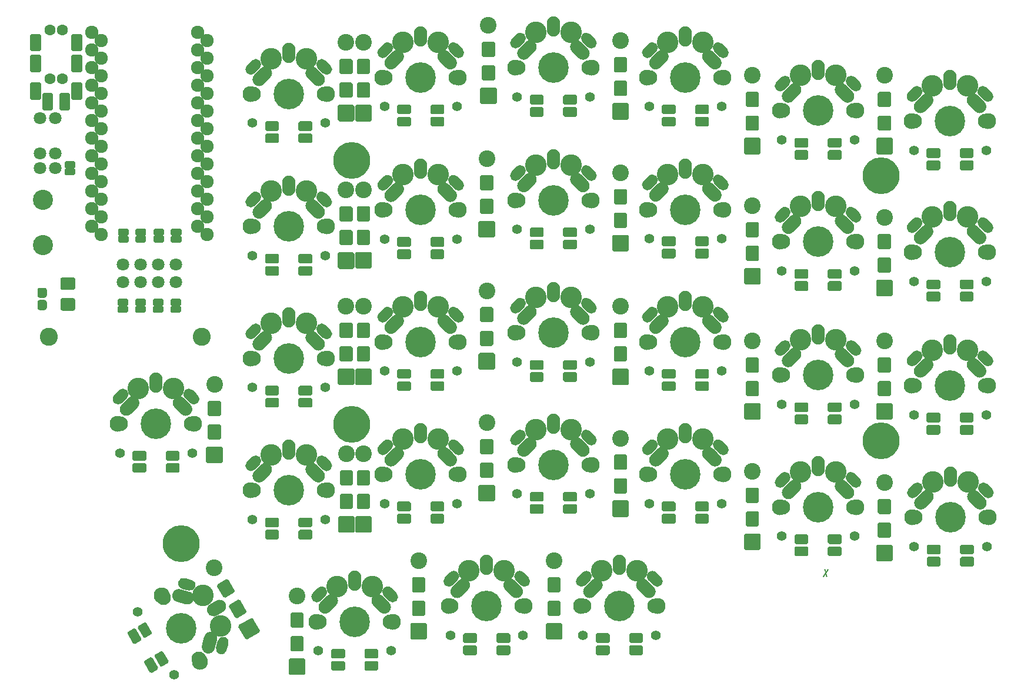
<source format=gts>
G04 #@! TF.GenerationSoftware,KiCad,Pcbnew,(5.1.10)-1*
G04 #@! TF.CreationDate,2021-11-18T00:25:13+09:00*
G04 #@! TF.ProjectId,Lily58,4c696c79-3538-42e6-9b69-6361645f7063,rev?*
G04 #@! TF.SameCoordinates,PX4f27ac0PY2349340*
G04 #@! TF.FileFunction,Soldermask,Top*
G04 #@! TF.FilePolarity,Negative*
%FSLAX46Y46*%
G04 Gerber Fmt 4.6, Leading zero omitted, Abs format (unit mm)*
G04 Created by KiCad (PCBNEW (5.1.10)-1) date 2021-11-18 00:25:13*
%MOMM*%
%LPD*%
G01*
G04 APERTURE LIST*
%ADD10C,0.150000*%
%ADD11C,1.924000*%
%ADD12C,1.400000*%
%ADD13O,1.900000X2.900000*%
%ADD14C,2.300000*%
%ADD15C,4.400000*%
%ADD16C,2.100000*%
%ADD17C,3.100000*%
%ADD18C,1.797000*%
%ADD19C,2.398980*%
%ADD20C,1.600000*%
%ADD21C,5.300000*%
%ADD22C,2.900000*%
%ADD23C,2.600000*%
G04 APERTURE END LIST*
D10*
X115137053Y-81485714D02*
X114488244Y-82485714D01*
X114613244Y-81485714D02*
X114702529Y-81533333D01*
X114738244Y-81628571D01*
X114887053Y-82342857D01*
X114922767Y-82438095D01*
X115012053Y-82485714D01*
D11*
X10478815Y-10405745D03*
X25718815Y-28185745D03*
X10478815Y-20565745D03*
X25718815Y-18025745D03*
X25718815Y-12945745D03*
X10478815Y-30725745D03*
X25718815Y-10405745D03*
X25718815Y-5325745D03*
X10478815Y-25645745D03*
X25718815Y-33265745D03*
X10478815Y-18025745D03*
X10478815Y-7865745D03*
X10478815Y-12945745D03*
X10478815Y-15485745D03*
X10478815Y-28185745D03*
X10478815Y-23105745D03*
X25718815Y-25645745D03*
X25718815Y-23105745D03*
X10478815Y-33265745D03*
X25718815Y-30725745D03*
X25718815Y-7865745D03*
X10478815Y-5325745D03*
X25718815Y-20565745D03*
X25718815Y-15485745D03*
X9180000Y-4130000D03*
X9180000Y-6670000D03*
X9180000Y-9210000D03*
X9180000Y-11750000D03*
X9180000Y-14290000D03*
X9180000Y-16830000D03*
X9180000Y-19370000D03*
X9180000Y-21910000D03*
X9180000Y-24450000D03*
X9180000Y-26990000D03*
X9180000Y-29530000D03*
X9180000Y-32070000D03*
X24420000Y-32070000D03*
X24420000Y-29530000D03*
X24420000Y-26990000D03*
X24420000Y-24450000D03*
X24420000Y-21910000D03*
X24420000Y-19370000D03*
X24420000Y-16830000D03*
X24420000Y-14290000D03*
X24420000Y-11750000D03*
X24420000Y-9210000D03*
X24420000Y-6670000D03*
X24420000Y-4130000D03*
D12*
X71220000Y-90950000D03*
D13*
X66000000Y-80850000D03*
G36*
G01*
X70180762Y-81930762D02*
X70180762Y-81930762D01*
G75*
G02*
X71312132Y-81930762I565685J-565685D01*
G01*
X72019238Y-82637868D01*
G75*
G02*
X72019238Y-83769238I-565685J-565685D01*
G01*
X72019238Y-83769238D01*
G75*
G02*
X70887868Y-83769238I-565685J565685D01*
G01*
X70180762Y-83062132D01*
G75*
G02*
X70180762Y-81930762I565685J565685D01*
G01*
G37*
G36*
G01*
X59980762Y-83769238D02*
X59980762Y-83769238D01*
G75*
G02*
X59980762Y-82637868I565685J565685D01*
G01*
X60687868Y-81930762D01*
G75*
G02*
X61819238Y-81930762I565685J-565685D01*
G01*
X61819238Y-81930762D01*
G75*
G02*
X61819238Y-83062132I-565685J-565685D01*
G01*
X61112132Y-83769238D01*
G75*
G02*
X59980762Y-83769238I-565685J565685D01*
G01*
G37*
D14*
X71500000Y-86750000D03*
X60500000Y-86750000D03*
G36*
G01*
X61058630Y-85341370D02*
X61058630Y-85341370D01*
G75*
G02*
X61058630Y-83997868I671751J671751D01*
G01*
X61977868Y-83078630D01*
G75*
G02*
X63321370Y-83078630I671751J-671751D01*
G01*
X63321370Y-83078630D01*
G75*
G02*
X63321370Y-84422132I-671751J-671751D01*
G01*
X62402132Y-85341370D01*
G75*
G02*
X61058630Y-85341370I-671751J671751D01*
G01*
G37*
D15*
X66000000Y-86750000D03*
D16*
X60920000Y-86750000D03*
X71080000Y-86750000D03*
G36*
G01*
X68678630Y-83078630D02*
X68678630Y-83078630D01*
G75*
G02*
X70022132Y-83078630I671751J-671751D01*
G01*
X70941370Y-83997868D01*
G75*
G02*
X70941370Y-85341370I-671751J-671751D01*
G01*
X70941370Y-85341370D01*
G75*
G02*
X69597868Y-85341370I-671751J671751D01*
G01*
X68678630Y-84422132D01*
G75*
G02*
X68678630Y-83078630I671751J671751D01*
G01*
G37*
D17*
X63460000Y-81670000D03*
X68540000Y-81670000D03*
D12*
X60780000Y-90950000D03*
X118920000Y-38500000D03*
D13*
X113700000Y-28400000D03*
G36*
G01*
X117880762Y-29480762D02*
X117880762Y-29480762D01*
G75*
G02*
X119012132Y-29480762I565685J-565685D01*
G01*
X119719238Y-30187868D01*
G75*
G02*
X119719238Y-31319238I-565685J-565685D01*
G01*
X119719238Y-31319238D01*
G75*
G02*
X118587868Y-31319238I-565685J565685D01*
G01*
X117880762Y-30612132D01*
G75*
G02*
X117880762Y-29480762I565685J565685D01*
G01*
G37*
G36*
G01*
X107680762Y-31319238D02*
X107680762Y-31319238D01*
G75*
G02*
X107680762Y-30187868I565685J565685D01*
G01*
X108387868Y-29480762D01*
G75*
G02*
X109519238Y-29480762I565685J-565685D01*
G01*
X109519238Y-29480762D01*
G75*
G02*
X109519238Y-30612132I-565685J-565685D01*
G01*
X108812132Y-31319238D01*
G75*
G02*
X107680762Y-31319238I-565685J565685D01*
G01*
G37*
D14*
X119200000Y-34300000D03*
X108200000Y-34300000D03*
G36*
G01*
X108758630Y-32891370D02*
X108758630Y-32891370D01*
G75*
G02*
X108758630Y-31547868I671751J671751D01*
G01*
X109677868Y-30628630D01*
G75*
G02*
X111021370Y-30628630I671751J-671751D01*
G01*
X111021370Y-30628630D01*
G75*
G02*
X111021370Y-31972132I-671751J-671751D01*
G01*
X110102132Y-32891370D01*
G75*
G02*
X108758630Y-32891370I-671751J671751D01*
G01*
G37*
D15*
X113700000Y-34300000D03*
D16*
X108620000Y-34300000D03*
X118780000Y-34300000D03*
G36*
G01*
X116378630Y-30628630D02*
X116378630Y-30628630D01*
G75*
G02*
X117722132Y-30628630I671751J-671751D01*
G01*
X118641370Y-31547868D01*
G75*
G02*
X118641370Y-32891370I-671751J-671751D01*
G01*
X118641370Y-32891370D01*
G75*
G02*
X117297868Y-32891370I-671751J671751D01*
G01*
X116378630Y-31972132D01*
G75*
G02*
X116378630Y-30628630I671751J671751D01*
G01*
G37*
D17*
X111160000Y-29220000D03*
X116240000Y-29220000D03*
D12*
X108480000Y-38500000D03*
G36*
G01*
X13058500Y-42492500D02*
X14201500Y-42492500D01*
G75*
G02*
X14401500Y-42692500I0J-200000D01*
G01*
X14401500Y-43327500D01*
G75*
G02*
X14201500Y-43527500I-200000J0D01*
G01*
X13058500Y-43527500D01*
G75*
G02*
X12858500Y-43327500I0J200000D01*
G01*
X12858500Y-42692500D01*
G75*
G02*
X13058500Y-42492500I200000J0D01*
G01*
G37*
G36*
G01*
X13058500Y-43493260D02*
X14201500Y-43493260D01*
G75*
G02*
X14401500Y-43693260I0J-200000D01*
G01*
X14401500Y-44328260D01*
G75*
G02*
X14201500Y-44528260I-200000J0D01*
G01*
X13058500Y-44528260D01*
G75*
G02*
X12858500Y-44328260I0J200000D01*
G01*
X12858500Y-43693260D01*
G75*
G02*
X13058500Y-43493260I200000J0D01*
G01*
G37*
G36*
G01*
X15598500Y-43493260D02*
X16741500Y-43493260D01*
G75*
G02*
X16941500Y-43693260I0J-200000D01*
G01*
X16941500Y-44328260D01*
G75*
G02*
X16741500Y-44528260I-200000J0D01*
G01*
X15598500Y-44528260D01*
G75*
G02*
X15398500Y-44328260I0J200000D01*
G01*
X15398500Y-43693260D01*
G75*
G02*
X15598500Y-43493260I200000J0D01*
G01*
G37*
G36*
G01*
X15598500Y-42492500D02*
X16741500Y-42492500D01*
G75*
G02*
X16941500Y-42692500I0J-200000D01*
G01*
X16941500Y-43327500D01*
G75*
G02*
X16741500Y-43527500I-200000J0D01*
G01*
X15598500Y-43527500D01*
G75*
G02*
X15398500Y-43327500I0J200000D01*
G01*
X15398500Y-42692500D01*
G75*
G02*
X15598500Y-42492500I200000J0D01*
G01*
G37*
G36*
G01*
X18138500Y-43493260D02*
X19281500Y-43493260D01*
G75*
G02*
X19481500Y-43693260I0J-200000D01*
G01*
X19481500Y-44328260D01*
G75*
G02*
X19281500Y-44528260I-200000J0D01*
G01*
X18138500Y-44528260D01*
G75*
G02*
X17938500Y-44328260I0J200000D01*
G01*
X17938500Y-43693260D01*
G75*
G02*
X18138500Y-43493260I200000J0D01*
G01*
G37*
G36*
G01*
X18138500Y-42492500D02*
X19281500Y-42492500D01*
G75*
G02*
X19481500Y-42692500I0J-200000D01*
G01*
X19481500Y-43327500D01*
G75*
G02*
X19281500Y-43527500I-200000J0D01*
G01*
X18138500Y-43527500D01*
G75*
G02*
X17938500Y-43327500I0J200000D01*
G01*
X17938500Y-42692500D01*
G75*
G02*
X18138500Y-42492500I200000J0D01*
G01*
G37*
G36*
G01*
X20678500Y-43493260D02*
X21821500Y-43493260D01*
G75*
G02*
X22021500Y-43693260I0J-200000D01*
G01*
X22021500Y-44328260D01*
G75*
G02*
X21821500Y-44528260I-200000J0D01*
G01*
X20678500Y-44528260D01*
G75*
G02*
X20478500Y-44328260I0J200000D01*
G01*
X20478500Y-43693260D01*
G75*
G02*
X20678500Y-43493260I200000J0D01*
G01*
G37*
G36*
G01*
X20678500Y-42492500D02*
X21821500Y-42492500D01*
G75*
G02*
X22021500Y-42692500I0J-200000D01*
G01*
X22021500Y-43327500D01*
G75*
G02*
X21821500Y-43527500I-200000J0D01*
G01*
X20678500Y-43527500D01*
G75*
G02*
X20478500Y-43327500I0J200000D01*
G01*
X20478500Y-42692500D01*
G75*
G02*
X20678500Y-42492500I200000J0D01*
G01*
G37*
D18*
X21250000Y-40140000D03*
X18710000Y-40140000D03*
X16170000Y-40140000D03*
X13630000Y-40140000D03*
X21250000Y-37600000D03*
X18710000Y-37600000D03*
X16170000Y-37600000D03*
X13630000Y-37600000D03*
D12*
X42720000Y-55300000D03*
D13*
X37500000Y-45200000D03*
G36*
G01*
X41680762Y-46280762D02*
X41680762Y-46280762D01*
G75*
G02*
X42812132Y-46280762I565685J-565685D01*
G01*
X43519238Y-46987868D01*
G75*
G02*
X43519238Y-48119238I-565685J-565685D01*
G01*
X43519238Y-48119238D01*
G75*
G02*
X42387868Y-48119238I-565685J565685D01*
G01*
X41680762Y-47412132D01*
G75*
G02*
X41680762Y-46280762I565685J565685D01*
G01*
G37*
G36*
G01*
X31480762Y-48119238D02*
X31480762Y-48119238D01*
G75*
G02*
X31480762Y-46987868I565685J565685D01*
G01*
X32187868Y-46280762D01*
G75*
G02*
X33319238Y-46280762I565685J-565685D01*
G01*
X33319238Y-46280762D01*
G75*
G02*
X33319238Y-47412132I-565685J-565685D01*
G01*
X32612132Y-48119238D01*
G75*
G02*
X31480762Y-48119238I-565685J565685D01*
G01*
G37*
D14*
X43000000Y-51100000D03*
X32000000Y-51100000D03*
G36*
G01*
X32558630Y-49691370D02*
X32558630Y-49691370D01*
G75*
G02*
X32558630Y-48347868I671751J671751D01*
G01*
X33477868Y-47428630D01*
G75*
G02*
X34821370Y-47428630I671751J-671751D01*
G01*
X34821370Y-47428630D01*
G75*
G02*
X34821370Y-48772132I-671751J-671751D01*
G01*
X33902132Y-49691370D01*
G75*
G02*
X32558630Y-49691370I-671751J671751D01*
G01*
G37*
D15*
X37500000Y-51100000D03*
D16*
X32420000Y-51100000D03*
X42580000Y-51100000D03*
G36*
G01*
X40178630Y-47428630D02*
X40178630Y-47428630D01*
G75*
G02*
X41522132Y-47428630I671751J-671751D01*
G01*
X42441370Y-48347868D01*
G75*
G02*
X42441370Y-49691370I-671751J-671751D01*
G01*
X42441370Y-49691370D01*
G75*
G02*
X41097868Y-49691370I-671751J671751D01*
G01*
X40178630Y-48772132D01*
G75*
G02*
X40178630Y-47428630I671751J671751D01*
G01*
G37*
D17*
X34960000Y-46020000D03*
X40040000Y-46020000D03*
D12*
X32280000Y-55300000D03*
X61720000Y-33900000D03*
D13*
X56500000Y-23800000D03*
G36*
G01*
X60680762Y-24880762D02*
X60680762Y-24880762D01*
G75*
G02*
X61812132Y-24880762I565685J-565685D01*
G01*
X62519238Y-25587868D01*
G75*
G02*
X62519238Y-26719238I-565685J-565685D01*
G01*
X62519238Y-26719238D01*
G75*
G02*
X61387868Y-26719238I-565685J565685D01*
G01*
X60680762Y-26012132D01*
G75*
G02*
X60680762Y-24880762I565685J565685D01*
G01*
G37*
G36*
G01*
X50480762Y-26719238D02*
X50480762Y-26719238D01*
G75*
G02*
X50480762Y-25587868I565685J565685D01*
G01*
X51187868Y-24880762D01*
G75*
G02*
X52319238Y-24880762I565685J-565685D01*
G01*
X52319238Y-24880762D01*
G75*
G02*
X52319238Y-26012132I-565685J-565685D01*
G01*
X51612132Y-26719238D01*
G75*
G02*
X50480762Y-26719238I-565685J565685D01*
G01*
G37*
D14*
X62000000Y-29700000D03*
X51000000Y-29700000D03*
G36*
G01*
X51558630Y-28291370D02*
X51558630Y-28291370D01*
G75*
G02*
X51558630Y-26947868I671751J671751D01*
G01*
X52477868Y-26028630D01*
G75*
G02*
X53821370Y-26028630I671751J-671751D01*
G01*
X53821370Y-26028630D01*
G75*
G02*
X53821370Y-27372132I-671751J-671751D01*
G01*
X52902132Y-28291370D01*
G75*
G02*
X51558630Y-28291370I-671751J671751D01*
G01*
G37*
D15*
X56500000Y-29700000D03*
D16*
X51420000Y-29700000D03*
X61580000Y-29700000D03*
G36*
G01*
X59178630Y-26028630D02*
X59178630Y-26028630D01*
G75*
G02*
X60522132Y-26028630I671751J-671751D01*
G01*
X61441370Y-26947868D01*
G75*
G02*
X61441370Y-28291370I-671751J-671751D01*
G01*
X61441370Y-28291370D01*
G75*
G02*
X60097868Y-28291370I-671751J671751D01*
G01*
X59178630Y-27372132D01*
G75*
G02*
X59178630Y-26028630I671751J671751D01*
G01*
G37*
D17*
X53960000Y-24620000D03*
X59040000Y-24620000D03*
D12*
X51280000Y-33900000D03*
X108480000Y-76700000D03*
D17*
X116240000Y-67420000D03*
X111160000Y-67420000D03*
G36*
G01*
X116378630Y-68828630D02*
X116378630Y-68828630D01*
G75*
G02*
X117722132Y-68828630I671751J-671751D01*
G01*
X118641370Y-69747868D01*
G75*
G02*
X118641370Y-71091370I-671751J-671751D01*
G01*
X118641370Y-71091370D01*
G75*
G02*
X117297868Y-71091370I-671751J671751D01*
G01*
X116378630Y-70172132D01*
G75*
G02*
X116378630Y-68828630I671751J671751D01*
G01*
G37*
D16*
X118780000Y-72500000D03*
X108620000Y-72500000D03*
D15*
X113700000Y-72500000D03*
G36*
G01*
X108758630Y-71091370D02*
X108758630Y-71091370D01*
G75*
G02*
X108758630Y-69747868I671751J671751D01*
G01*
X109677868Y-68828630D01*
G75*
G02*
X111021370Y-68828630I671751J-671751D01*
G01*
X111021370Y-68828630D01*
G75*
G02*
X111021370Y-70172132I-671751J-671751D01*
G01*
X110102132Y-71091370D01*
G75*
G02*
X108758630Y-71091370I-671751J671751D01*
G01*
G37*
D14*
X108200000Y-72500000D03*
X119200000Y-72500000D03*
G36*
G01*
X107680762Y-69519238D02*
X107680762Y-69519238D01*
G75*
G02*
X107680762Y-68387868I565685J565685D01*
G01*
X108387868Y-67680762D01*
G75*
G02*
X109519238Y-67680762I565685J-565685D01*
G01*
X109519238Y-67680762D01*
G75*
G02*
X109519238Y-68812132I-565685J-565685D01*
G01*
X108812132Y-69519238D01*
G75*
G02*
X107680762Y-69519238I-565685J565685D01*
G01*
G37*
G36*
G01*
X117880762Y-67680762D02*
X117880762Y-67680762D01*
G75*
G02*
X119012132Y-67680762I565685J-565685D01*
G01*
X119719238Y-68387868D01*
G75*
G02*
X119719238Y-69519238I-565685J-565685D01*
G01*
X119719238Y-69519238D01*
G75*
G02*
X118587868Y-69519238I-565685J565685D01*
G01*
X117880762Y-68812132D01*
G75*
G02*
X117880762Y-67680762I565685J565685D01*
G01*
G37*
D13*
X113700000Y-66600000D03*
D12*
X118920000Y-76700000D03*
X89380000Y-33850000D03*
D17*
X97140000Y-24570000D03*
X92060000Y-24570000D03*
G36*
G01*
X97278630Y-25978630D02*
X97278630Y-25978630D01*
G75*
G02*
X98622132Y-25978630I671751J-671751D01*
G01*
X99541370Y-26897868D01*
G75*
G02*
X99541370Y-28241370I-671751J-671751D01*
G01*
X99541370Y-28241370D01*
G75*
G02*
X98197868Y-28241370I-671751J671751D01*
G01*
X97278630Y-27322132D01*
G75*
G02*
X97278630Y-25978630I671751J671751D01*
G01*
G37*
D16*
X99680000Y-29650000D03*
X89520000Y-29650000D03*
D15*
X94600000Y-29650000D03*
G36*
G01*
X89658630Y-28241370D02*
X89658630Y-28241370D01*
G75*
G02*
X89658630Y-26897868I671751J671751D01*
G01*
X90577868Y-25978630D01*
G75*
G02*
X91921370Y-25978630I671751J-671751D01*
G01*
X91921370Y-25978630D01*
G75*
G02*
X91921370Y-27322132I-671751J-671751D01*
G01*
X91002132Y-28241370D01*
G75*
G02*
X89658630Y-28241370I-671751J671751D01*
G01*
G37*
D14*
X89100000Y-29650000D03*
X100100000Y-29650000D03*
G36*
G01*
X88580762Y-26669238D02*
X88580762Y-26669238D01*
G75*
G02*
X88580762Y-25537868I565685J565685D01*
G01*
X89287868Y-24830762D01*
G75*
G02*
X90419238Y-24830762I565685J-565685D01*
G01*
X90419238Y-24830762D01*
G75*
G02*
X90419238Y-25962132I-565685J-565685D01*
G01*
X89712132Y-26669238D01*
G75*
G02*
X88580762Y-26669238I-565685J565685D01*
G01*
G37*
G36*
G01*
X98780762Y-24830762D02*
X98780762Y-24830762D01*
G75*
G02*
X99912132Y-24830762I565685J-565685D01*
G01*
X100619238Y-25537868D01*
G75*
G02*
X100619238Y-26669238I-565685J-565685D01*
G01*
X100619238Y-26669238D01*
G75*
G02*
X99487868Y-26669238I-565685J565685D01*
G01*
X98780762Y-25962132D01*
G75*
G02*
X98780762Y-24830762I565685J565685D01*
G01*
G37*
D13*
X94600000Y-23750000D03*
D12*
X99820000Y-33850000D03*
G36*
G01*
X59900000Y-16475000D02*
X59900000Y-17475000D01*
G75*
G02*
X59700000Y-17675000I-200000J0D01*
G01*
X58100000Y-17675000D01*
G75*
G02*
X57900000Y-17475000I0J200000D01*
G01*
X57900000Y-16475000D01*
G75*
G02*
X58100000Y-16275000I200000J0D01*
G01*
X59700000Y-16275000D01*
G75*
G02*
X59900000Y-16475000I0J-200000D01*
G01*
G37*
G36*
G01*
X59900000Y-14725000D02*
X59900000Y-15725000D01*
G75*
G02*
X59700000Y-15925000I-200000J0D01*
G01*
X58100000Y-15925000D01*
G75*
G02*
X57900000Y-15725000I0J200000D01*
G01*
X57900000Y-14725000D01*
G75*
G02*
X58100000Y-14525000I200000J0D01*
G01*
X59700000Y-14525000D01*
G75*
G02*
X59900000Y-14725000I0J-200000D01*
G01*
G37*
G36*
G01*
X55100000Y-16475000D02*
X55100000Y-17475000D01*
G75*
G02*
X54900000Y-17675000I-200000J0D01*
G01*
X53300000Y-17675000D01*
G75*
G02*
X53100000Y-17475000I0J200000D01*
G01*
X53100000Y-16475000D01*
G75*
G02*
X53300000Y-16275000I200000J0D01*
G01*
X54900000Y-16275000D01*
G75*
G02*
X55100000Y-16475000I0J-200000D01*
G01*
G37*
G36*
G01*
X55100000Y-14725000D02*
X55100000Y-15725000D01*
G75*
G02*
X54900000Y-15925000I-200000J0D01*
G01*
X53300000Y-15925000D01*
G75*
G02*
X53100000Y-15725000I0J200000D01*
G01*
X53100000Y-14725000D01*
G75*
G02*
X53300000Y-14525000I200000J0D01*
G01*
X54900000Y-14525000D01*
G75*
G02*
X55100000Y-14725000I0J-200000D01*
G01*
G37*
G36*
G01*
X40900000Y-18875000D02*
X40900000Y-19875000D01*
G75*
G02*
X40700000Y-20075000I-200000J0D01*
G01*
X39100000Y-20075000D01*
G75*
G02*
X38900000Y-19875000I0J200000D01*
G01*
X38900000Y-18875000D01*
G75*
G02*
X39100000Y-18675000I200000J0D01*
G01*
X40700000Y-18675000D01*
G75*
G02*
X40900000Y-18875000I0J-200000D01*
G01*
G37*
G36*
G01*
X40900000Y-17125000D02*
X40900000Y-18125000D01*
G75*
G02*
X40700000Y-18325000I-200000J0D01*
G01*
X39100000Y-18325000D01*
G75*
G02*
X38900000Y-18125000I0J200000D01*
G01*
X38900000Y-17125000D01*
G75*
G02*
X39100000Y-16925000I200000J0D01*
G01*
X40700000Y-16925000D01*
G75*
G02*
X40900000Y-17125000I0J-200000D01*
G01*
G37*
G36*
G01*
X36100000Y-18875000D02*
X36100000Y-19875000D01*
G75*
G02*
X35900000Y-20075000I-200000J0D01*
G01*
X34300000Y-20075000D01*
G75*
G02*
X34100000Y-19875000I0J200000D01*
G01*
X34100000Y-18875000D01*
G75*
G02*
X34300000Y-18675000I200000J0D01*
G01*
X35900000Y-18675000D01*
G75*
G02*
X36100000Y-18875000I0J-200000D01*
G01*
G37*
G36*
G01*
X36100000Y-17125000D02*
X36100000Y-18125000D01*
G75*
G02*
X35900000Y-18325000I-200000J0D01*
G01*
X34300000Y-18325000D01*
G75*
G02*
X34100000Y-18125000I0J200000D01*
G01*
X34100000Y-17125000D01*
G75*
G02*
X34300000Y-16925000I200000J0D01*
G01*
X35900000Y-16925000D01*
G75*
G02*
X36100000Y-17125000I0J-200000D01*
G01*
G37*
G36*
G01*
X18612100Y-95881986D02*
X17746074Y-96381986D01*
G75*
G02*
X17472869Y-96308781I-100000J173205D01*
G01*
X16672869Y-94923141D01*
G75*
G02*
X16746074Y-94649936I173205J100000D01*
G01*
X17612100Y-94149936D01*
G75*
G02*
X17885305Y-94223141I100000J-173205D01*
G01*
X18685305Y-95608781D01*
G75*
G02*
X18612100Y-95881986I-173205J-100000D01*
G01*
G37*
G36*
G01*
X20127644Y-95006986D02*
X19261618Y-95506986D01*
G75*
G02*
X18988413Y-95433781I-100000J173205D01*
G01*
X18188413Y-94048141D01*
G75*
G02*
X18261618Y-93774936I173205J100000D01*
G01*
X19127644Y-93274936D01*
G75*
G02*
X19400849Y-93348141I100000J-173205D01*
G01*
X20200849Y-94733781D01*
G75*
G02*
X20127644Y-95006986I-173205J-100000D01*
G01*
G37*
G36*
G01*
X16212100Y-91725064D02*
X15346074Y-92225064D01*
G75*
G02*
X15072869Y-92151859I-100000J173205D01*
G01*
X14272869Y-90766219D01*
G75*
G02*
X14346074Y-90493014I173205J100000D01*
G01*
X15212100Y-89993014D01*
G75*
G02*
X15485305Y-90066219I100000J-173205D01*
G01*
X16285305Y-91451859D01*
G75*
G02*
X16212100Y-91725064I-173205J-100000D01*
G01*
G37*
G36*
G01*
X17727644Y-90850064D02*
X16861618Y-91350064D01*
G75*
G02*
X16588413Y-91276859I-100000J173205D01*
G01*
X15788413Y-89891219D01*
G75*
G02*
X15861618Y-89618014I173205J100000D01*
G01*
X16727644Y-89118014D01*
G75*
G02*
X17000849Y-89191219I100000J-173205D01*
G01*
X17800849Y-90576859D01*
G75*
G02*
X17727644Y-90850064I-173205J-100000D01*
G01*
G37*
G36*
G01*
X88500000Y-92625000D02*
X88500000Y-93625000D01*
G75*
G02*
X88300000Y-93825000I-200000J0D01*
G01*
X86700000Y-93825000D01*
G75*
G02*
X86500000Y-93625000I0J200000D01*
G01*
X86500000Y-92625000D01*
G75*
G02*
X86700000Y-92425000I200000J0D01*
G01*
X88300000Y-92425000D01*
G75*
G02*
X88500000Y-92625000I0J-200000D01*
G01*
G37*
G36*
G01*
X88500000Y-90875000D02*
X88500000Y-91875000D01*
G75*
G02*
X88300000Y-92075000I-200000J0D01*
G01*
X86700000Y-92075000D01*
G75*
G02*
X86500000Y-91875000I0J200000D01*
G01*
X86500000Y-90875000D01*
G75*
G02*
X86700000Y-90675000I200000J0D01*
G01*
X88300000Y-90675000D01*
G75*
G02*
X88500000Y-90875000I0J-200000D01*
G01*
G37*
G36*
G01*
X83700000Y-92625000D02*
X83700000Y-93625000D01*
G75*
G02*
X83500000Y-93825000I-200000J0D01*
G01*
X81900000Y-93825000D01*
G75*
G02*
X81700000Y-93625000I0J200000D01*
G01*
X81700000Y-92625000D01*
G75*
G02*
X81900000Y-92425000I200000J0D01*
G01*
X83500000Y-92425000D01*
G75*
G02*
X83700000Y-92625000I0J-200000D01*
G01*
G37*
G36*
G01*
X83700000Y-90875000D02*
X83700000Y-91875000D01*
G75*
G02*
X83500000Y-92075000I-200000J0D01*
G01*
X81900000Y-92075000D01*
G75*
G02*
X81700000Y-91875000I0J200000D01*
G01*
X81700000Y-90875000D01*
G75*
G02*
X81900000Y-90675000I200000J0D01*
G01*
X83500000Y-90675000D01*
G75*
G02*
X83700000Y-90875000I0J-200000D01*
G01*
G37*
G36*
G01*
X79000000Y-15085000D02*
X79000000Y-16085000D01*
G75*
G02*
X78800000Y-16285000I-200000J0D01*
G01*
X77200000Y-16285000D01*
G75*
G02*
X77000000Y-16085000I0J200000D01*
G01*
X77000000Y-15085000D01*
G75*
G02*
X77200000Y-14885000I200000J0D01*
G01*
X78800000Y-14885000D01*
G75*
G02*
X79000000Y-15085000I0J-200000D01*
G01*
G37*
G36*
G01*
X79000000Y-13335000D02*
X79000000Y-14335000D01*
G75*
G02*
X78800000Y-14535000I-200000J0D01*
G01*
X77200000Y-14535000D01*
G75*
G02*
X77000000Y-14335000I0J200000D01*
G01*
X77000000Y-13335000D01*
G75*
G02*
X77200000Y-13135000I200000J0D01*
G01*
X78800000Y-13135000D01*
G75*
G02*
X79000000Y-13335000I0J-200000D01*
G01*
G37*
G36*
G01*
X74200000Y-15085000D02*
X74200000Y-16085000D01*
G75*
G02*
X74000000Y-16285000I-200000J0D01*
G01*
X72400000Y-16285000D01*
G75*
G02*
X72200000Y-16085000I0J200000D01*
G01*
X72200000Y-15085000D01*
G75*
G02*
X72400000Y-14885000I200000J0D01*
G01*
X74000000Y-14885000D01*
G75*
G02*
X74200000Y-15085000I0J-200000D01*
G01*
G37*
G36*
G01*
X74200000Y-13335000D02*
X74200000Y-14335000D01*
G75*
G02*
X74000000Y-14535000I-200000J0D01*
G01*
X72400000Y-14535000D01*
G75*
G02*
X72200000Y-14335000I0J200000D01*
G01*
X72200000Y-13335000D01*
G75*
G02*
X72400000Y-13135000I200000J0D01*
G01*
X74000000Y-13135000D01*
G75*
G02*
X74200000Y-13335000I0J-200000D01*
G01*
G37*
G36*
G01*
X98000000Y-16475000D02*
X98000000Y-17475000D01*
G75*
G02*
X97800000Y-17675000I-200000J0D01*
G01*
X96200000Y-17675000D01*
G75*
G02*
X96000000Y-17475000I0J200000D01*
G01*
X96000000Y-16475000D01*
G75*
G02*
X96200000Y-16275000I200000J0D01*
G01*
X97800000Y-16275000D01*
G75*
G02*
X98000000Y-16475000I0J-200000D01*
G01*
G37*
G36*
G01*
X98000000Y-14725000D02*
X98000000Y-15725000D01*
G75*
G02*
X97800000Y-15925000I-200000J0D01*
G01*
X96200000Y-15925000D01*
G75*
G02*
X96000000Y-15725000I0J200000D01*
G01*
X96000000Y-14725000D01*
G75*
G02*
X96200000Y-14525000I200000J0D01*
G01*
X97800000Y-14525000D01*
G75*
G02*
X98000000Y-14725000I0J-200000D01*
G01*
G37*
G36*
G01*
X93200000Y-16475000D02*
X93200000Y-17475000D01*
G75*
G02*
X93000000Y-17675000I-200000J0D01*
G01*
X91400000Y-17675000D01*
G75*
G02*
X91200000Y-17475000I0J200000D01*
G01*
X91200000Y-16475000D01*
G75*
G02*
X91400000Y-16275000I200000J0D01*
G01*
X93000000Y-16275000D01*
G75*
G02*
X93200000Y-16475000I0J-200000D01*
G01*
G37*
G36*
G01*
X93200000Y-14725000D02*
X93200000Y-15725000D01*
G75*
G02*
X93000000Y-15925000I-200000J0D01*
G01*
X91400000Y-15925000D01*
G75*
G02*
X91200000Y-15725000I0J200000D01*
G01*
X91200000Y-14725000D01*
G75*
G02*
X91400000Y-14525000I200000J0D01*
G01*
X93000000Y-14525000D01*
G75*
G02*
X93200000Y-14725000I0J-200000D01*
G01*
G37*
G36*
G01*
X117100000Y-21275000D02*
X117100000Y-22275000D01*
G75*
G02*
X116900000Y-22475000I-200000J0D01*
G01*
X115300000Y-22475000D01*
G75*
G02*
X115100000Y-22275000I0J200000D01*
G01*
X115100000Y-21275000D01*
G75*
G02*
X115300000Y-21075000I200000J0D01*
G01*
X116900000Y-21075000D01*
G75*
G02*
X117100000Y-21275000I0J-200000D01*
G01*
G37*
G36*
G01*
X117100000Y-19525000D02*
X117100000Y-20525000D01*
G75*
G02*
X116900000Y-20725000I-200000J0D01*
G01*
X115300000Y-20725000D01*
G75*
G02*
X115100000Y-20525000I0J200000D01*
G01*
X115100000Y-19525000D01*
G75*
G02*
X115300000Y-19325000I200000J0D01*
G01*
X116900000Y-19325000D01*
G75*
G02*
X117100000Y-19525000I0J-200000D01*
G01*
G37*
G36*
G01*
X112300000Y-21275000D02*
X112300000Y-22275000D01*
G75*
G02*
X112100000Y-22475000I-200000J0D01*
G01*
X110500000Y-22475000D01*
G75*
G02*
X110300000Y-22275000I0J200000D01*
G01*
X110300000Y-21275000D01*
G75*
G02*
X110500000Y-21075000I200000J0D01*
G01*
X112100000Y-21075000D01*
G75*
G02*
X112300000Y-21275000I0J-200000D01*
G01*
G37*
G36*
G01*
X112300000Y-19525000D02*
X112300000Y-20525000D01*
G75*
G02*
X112100000Y-20725000I-200000J0D01*
G01*
X110500000Y-20725000D01*
G75*
G02*
X110300000Y-20525000I0J200000D01*
G01*
X110300000Y-19525000D01*
G75*
G02*
X110500000Y-19325000I200000J0D01*
G01*
X112100000Y-19325000D01*
G75*
G02*
X112300000Y-19525000I0J-200000D01*
G01*
G37*
G36*
G01*
X136100000Y-22775000D02*
X136100000Y-23775000D01*
G75*
G02*
X135900000Y-23975000I-200000J0D01*
G01*
X134300000Y-23975000D01*
G75*
G02*
X134100000Y-23775000I0J200000D01*
G01*
X134100000Y-22775000D01*
G75*
G02*
X134300000Y-22575000I200000J0D01*
G01*
X135900000Y-22575000D01*
G75*
G02*
X136100000Y-22775000I0J-200000D01*
G01*
G37*
G36*
G01*
X136100000Y-21025000D02*
X136100000Y-22025000D01*
G75*
G02*
X135900000Y-22225000I-200000J0D01*
G01*
X134300000Y-22225000D01*
G75*
G02*
X134100000Y-22025000I0J200000D01*
G01*
X134100000Y-21025000D01*
G75*
G02*
X134300000Y-20825000I200000J0D01*
G01*
X135900000Y-20825000D01*
G75*
G02*
X136100000Y-21025000I0J-200000D01*
G01*
G37*
G36*
G01*
X131300000Y-22775000D02*
X131300000Y-23775000D01*
G75*
G02*
X131100000Y-23975000I-200000J0D01*
G01*
X129500000Y-23975000D01*
G75*
G02*
X129300000Y-23775000I0J200000D01*
G01*
X129300000Y-22775000D01*
G75*
G02*
X129500000Y-22575000I200000J0D01*
G01*
X131100000Y-22575000D01*
G75*
G02*
X131300000Y-22775000I0J-200000D01*
G01*
G37*
G36*
G01*
X131300000Y-21025000D02*
X131300000Y-22025000D01*
G75*
G02*
X131100000Y-22225000I-200000J0D01*
G01*
X129500000Y-22225000D01*
G75*
G02*
X129300000Y-22025000I0J200000D01*
G01*
X129300000Y-21025000D01*
G75*
G02*
X129500000Y-20825000I200000J0D01*
G01*
X131100000Y-20825000D01*
G75*
G02*
X131300000Y-21025000I0J-200000D01*
G01*
G37*
G36*
G01*
X34100000Y-37225000D02*
X34100000Y-36225000D01*
G75*
G02*
X34300000Y-36025000I200000J0D01*
G01*
X35900000Y-36025000D01*
G75*
G02*
X36100000Y-36225000I0J-200000D01*
G01*
X36100000Y-37225000D01*
G75*
G02*
X35900000Y-37425000I-200000J0D01*
G01*
X34300000Y-37425000D01*
G75*
G02*
X34100000Y-37225000I0J200000D01*
G01*
G37*
G36*
G01*
X34100000Y-38975000D02*
X34100000Y-37975000D01*
G75*
G02*
X34300000Y-37775000I200000J0D01*
G01*
X35900000Y-37775000D01*
G75*
G02*
X36100000Y-37975000I0J-200000D01*
G01*
X36100000Y-38975000D01*
G75*
G02*
X35900000Y-39175000I-200000J0D01*
G01*
X34300000Y-39175000D01*
G75*
G02*
X34100000Y-38975000I0J200000D01*
G01*
G37*
G36*
G01*
X38900000Y-37225000D02*
X38900000Y-36225000D01*
G75*
G02*
X39100000Y-36025000I200000J0D01*
G01*
X40700000Y-36025000D01*
G75*
G02*
X40900000Y-36225000I0J-200000D01*
G01*
X40900000Y-37225000D01*
G75*
G02*
X40700000Y-37425000I-200000J0D01*
G01*
X39100000Y-37425000D01*
G75*
G02*
X38900000Y-37225000I0J200000D01*
G01*
G37*
G36*
G01*
X38900000Y-38975000D02*
X38900000Y-37975000D01*
G75*
G02*
X39100000Y-37775000I200000J0D01*
G01*
X40700000Y-37775000D01*
G75*
G02*
X40900000Y-37975000I0J-200000D01*
G01*
X40900000Y-38975000D01*
G75*
G02*
X40700000Y-39175000I-200000J0D01*
G01*
X39100000Y-39175000D01*
G75*
G02*
X38900000Y-38975000I0J200000D01*
G01*
G37*
G36*
G01*
X53100000Y-34825000D02*
X53100000Y-33825000D01*
G75*
G02*
X53300000Y-33625000I200000J0D01*
G01*
X54900000Y-33625000D01*
G75*
G02*
X55100000Y-33825000I0J-200000D01*
G01*
X55100000Y-34825000D01*
G75*
G02*
X54900000Y-35025000I-200000J0D01*
G01*
X53300000Y-35025000D01*
G75*
G02*
X53100000Y-34825000I0J200000D01*
G01*
G37*
G36*
G01*
X53100000Y-36575000D02*
X53100000Y-35575000D01*
G75*
G02*
X53300000Y-35375000I200000J0D01*
G01*
X54900000Y-35375000D01*
G75*
G02*
X55100000Y-35575000I0J-200000D01*
G01*
X55100000Y-36575000D01*
G75*
G02*
X54900000Y-36775000I-200000J0D01*
G01*
X53300000Y-36775000D01*
G75*
G02*
X53100000Y-36575000I0J200000D01*
G01*
G37*
G36*
G01*
X57900000Y-34825000D02*
X57900000Y-33825000D01*
G75*
G02*
X58100000Y-33625000I200000J0D01*
G01*
X59700000Y-33625000D01*
G75*
G02*
X59900000Y-33825000I0J-200000D01*
G01*
X59900000Y-34825000D01*
G75*
G02*
X59700000Y-35025000I-200000J0D01*
G01*
X58100000Y-35025000D01*
G75*
G02*
X57900000Y-34825000I0J200000D01*
G01*
G37*
G36*
G01*
X57900000Y-36575000D02*
X57900000Y-35575000D01*
G75*
G02*
X58100000Y-35375000I200000J0D01*
G01*
X59700000Y-35375000D01*
G75*
G02*
X59900000Y-35575000I0J-200000D01*
G01*
X59900000Y-36575000D01*
G75*
G02*
X59700000Y-36775000I-200000J0D01*
G01*
X58100000Y-36775000D01*
G75*
G02*
X57900000Y-36575000I0J200000D01*
G01*
G37*
G36*
G01*
X72200000Y-33425000D02*
X72200000Y-32425000D01*
G75*
G02*
X72400000Y-32225000I200000J0D01*
G01*
X74000000Y-32225000D01*
G75*
G02*
X74200000Y-32425000I0J-200000D01*
G01*
X74200000Y-33425000D01*
G75*
G02*
X74000000Y-33625000I-200000J0D01*
G01*
X72400000Y-33625000D01*
G75*
G02*
X72200000Y-33425000I0J200000D01*
G01*
G37*
G36*
G01*
X72200000Y-35175000D02*
X72200000Y-34175000D01*
G75*
G02*
X72400000Y-33975000I200000J0D01*
G01*
X74000000Y-33975000D01*
G75*
G02*
X74200000Y-34175000I0J-200000D01*
G01*
X74200000Y-35175000D01*
G75*
G02*
X74000000Y-35375000I-200000J0D01*
G01*
X72400000Y-35375000D01*
G75*
G02*
X72200000Y-35175000I0J200000D01*
G01*
G37*
G36*
G01*
X77000000Y-33425000D02*
X77000000Y-32425000D01*
G75*
G02*
X77200000Y-32225000I200000J0D01*
G01*
X78800000Y-32225000D01*
G75*
G02*
X79000000Y-32425000I0J-200000D01*
G01*
X79000000Y-33425000D01*
G75*
G02*
X78800000Y-33625000I-200000J0D01*
G01*
X77200000Y-33625000D01*
G75*
G02*
X77000000Y-33425000I0J200000D01*
G01*
G37*
G36*
G01*
X77000000Y-35175000D02*
X77000000Y-34175000D01*
G75*
G02*
X77200000Y-33975000I200000J0D01*
G01*
X78800000Y-33975000D01*
G75*
G02*
X79000000Y-34175000I0J-200000D01*
G01*
X79000000Y-35175000D01*
G75*
G02*
X78800000Y-35375000I-200000J0D01*
G01*
X77200000Y-35375000D01*
G75*
G02*
X77000000Y-35175000I0J200000D01*
G01*
G37*
G36*
G01*
X91200000Y-34725000D02*
X91200000Y-33725000D01*
G75*
G02*
X91400000Y-33525000I200000J0D01*
G01*
X93000000Y-33525000D01*
G75*
G02*
X93200000Y-33725000I0J-200000D01*
G01*
X93200000Y-34725000D01*
G75*
G02*
X93000000Y-34925000I-200000J0D01*
G01*
X91400000Y-34925000D01*
G75*
G02*
X91200000Y-34725000I0J200000D01*
G01*
G37*
G36*
G01*
X91200000Y-36475000D02*
X91200000Y-35475000D01*
G75*
G02*
X91400000Y-35275000I200000J0D01*
G01*
X93000000Y-35275000D01*
G75*
G02*
X93200000Y-35475000I0J-200000D01*
G01*
X93200000Y-36475000D01*
G75*
G02*
X93000000Y-36675000I-200000J0D01*
G01*
X91400000Y-36675000D01*
G75*
G02*
X91200000Y-36475000I0J200000D01*
G01*
G37*
G36*
G01*
X96000000Y-34725000D02*
X96000000Y-33725000D01*
G75*
G02*
X96200000Y-33525000I200000J0D01*
G01*
X97800000Y-33525000D01*
G75*
G02*
X98000000Y-33725000I0J-200000D01*
G01*
X98000000Y-34725000D01*
G75*
G02*
X97800000Y-34925000I-200000J0D01*
G01*
X96200000Y-34925000D01*
G75*
G02*
X96000000Y-34725000I0J200000D01*
G01*
G37*
G36*
G01*
X96000000Y-36475000D02*
X96000000Y-35475000D01*
G75*
G02*
X96200000Y-35275000I200000J0D01*
G01*
X97800000Y-35275000D01*
G75*
G02*
X98000000Y-35475000I0J-200000D01*
G01*
X98000000Y-36475000D01*
G75*
G02*
X97800000Y-36675000I-200000J0D01*
G01*
X96200000Y-36675000D01*
G75*
G02*
X96000000Y-36475000I0J200000D01*
G01*
G37*
G36*
G01*
X110300000Y-39425000D02*
X110300000Y-38425000D01*
G75*
G02*
X110500000Y-38225000I200000J0D01*
G01*
X112100000Y-38225000D01*
G75*
G02*
X112300000Y-38425000I0J-200000D01*
G01*
X112300000Y-39425000D01*
G75*
G02*
X112100000Y-39625000I-200000J0D01*
G01*
X110500000Y-39625000D01*
G75*
G02*
X110300000Y-39425000I0J200000D01*
G01*
G37*
G36*
G01*
X110300000Y-41175000D02*
X110300000Y-40175000D01*
G75*
G02*
X110500000Y-39975000I200000J0D01*
G01*
X112100000Y-39975000D01*
G75*
G02*
X112300000Y-40175000I0J-200000D01*
G01*
X112300000Y-41175000D01*
G75*
G02*
X112100000Y-41375000I-200000J0D01*
G01*
X110500000Y-41375000D01*
G75*
G02*
X110300000Y-41175000I0J200000D01*
G01*
G37*
G36*
G01*
X115100000Y-39425000D02*
X115100000Y-38425000D01*
G75*
G02*
X115300000Y-38225000I200000J0D01*
G01*
X116900000Y-38225000D01*
G75*
G02*
X117100000Y-38425000I0J-200000D01*
G01*
X117100000Y-39425000D01*
G75*
G02*
X116900000Y-39625000I-200000J0D01*
G01*
X115300000Y-39625000D01*
G75*
G02*
X115100000Y-39425000I0J200000D01*
G01*
G37*
G36*
G01*
X115100000Y-41175000D02*
X115100000Y-40175000D01*
G75*
G02*
X115300000Y-39975000I200000J0D01*
G01*
X116900000Y-39975000D01*
G75*
G02*
X117100000Y-40175000I0J-200000D01*
G01*
X117100000Y-41175000D01*
G75*
G02*
X116900000Y-41375000I-200000J0D01*
G01*
X115300000Y-41375000D01*
G75*
G02*
X115100000Y-41175000I0J200000D01*
G01*
G37*
G36*
G01*
X129300000Y-40925000D02*
X129300000Y-39925000D01*
G75*
G02*
X129500000Y-39725000I200000J0D01*
G01*
X131100000Y-39725000D01*
G75*
G02*
X131300000Y-39925000I0J-200000D01*
G01*
X131300000Y-40925000D01*
G75*
G02*
X131100000Y-41125000I-200000J0D01*
G01*
X129500000Y-41125000D01*
G75*
G02*
X129300000Y-40925000I0J200000D01*
G01*
G37*
G36*
G01*
X129300000Y-42675000D02*
X129300000Y-41675000D01*
G75*
G02*
X129500000Y-41475000I200000J0D01*
G01*
X131100000Y-41475000D01*
G75*
G02*
X131300000Y-41675000I0J-200000D01*
G01*
X131300000Y-42675000D01*
G75*
G02*
X131100000Y-42875000I-200000J0D01*
G01*
X129500000Y-42875000D01*
G75*
G02*
X129300000Y-42675000I0J200000D01*
G01*
G37*
G36*
G01*
X134100000Y-40925000D02*
X134100000Y-39925000D01*
G75*
G02*
X134300000Y-39725000I200000J0D01*
G01*
X135900000Y-39725000D01*
G75*
G02*
X136100000Y-39925000I0J-200000D01*
G01*
X136100000Y-40925000D01*
G75*
G02*
X135900000Y-41125000I-200000J0D01*
G01*
X134300000Y-41125000D01*
G75*
G02*
X134100000Y-40925000I0J200000D01*
G01*
G37*
G36*
G01*
X134100000Y-42675000D02*
X134100000Y-41675000D01*
G75*
G02*
X134300000Y-41475000I200000J0D01*
G01*
X135900000Y-41475000D01*
G75*
G02*
X136100000Y-41675000I0J-200000D01*
G01*
X136100000Y-42675000D01*
G75*
G02*
X135900000Y-42875000I-200000J0D01*
G01*
X134300000Y-42875000D01*
G75*
G02*
X134100000Y-42675000I0J200000D01*
G01*
G37*
G36*
G01*
X40900000Y-56975000D02*
X40900000Y-57975000D01*
G75*
G02*
X40700000Y-58175000I-200000J0D01*
G01*
X39100000Y-58175000D01*
G75*
G02*
X38900000Y-57975000I0J200000D01*
G01*
X38900000Y-56975000D01*
G75*
G02*
X39100000Y-56775000I200000J0D01*
G01*
X40700000Y-56775000D01*
G75*
G02*
X40900000Y-56975000I0J-200000D01*
G01*
G37*
G36*
G01*
X40900000Y-55225000D02*
X40900000Y-56225000D01*
G75*
G02*
X40700000Y-56425000I-200000J0D01*
G01*
X39100000Y-56425000D01*
G75*
G02*
X38900000Y-56225000I0J200000D01*
G01*
X38900000Y-55225000D01*
G75*
G02*
X39100000Y-55025000I200000J0D01*
G01*
X40700000Y-55025000D01*
G75*
G02*
X40900000Y-55225000I0J-200000D01*
G01*
G37*
G36*
G01*
X36100000Y-56975000D02*
X36100000Y-57975000D01*
G75*
G02*
X35900000Y-58175000I-200000J0D01*
G01*
X34300000Y-58175000D01*
G75*
G02*
X34100000Y-57975000I0J200000D01*
G01*
X34100000Y-56975000D01*
G75*
G02*
X34300000Y-56775000I200000J0D01*
G01*
X35900000Y-56775000D01*
G75*
G02*
X36100000Y-56975000I0J-200000D01*
G01*
G37*
G36*
G01*
X36100000Y-55225000D02*
X36100000Y-56225000D01*
G75*
G02*
X35900000Y-56425000I-200000J0D01*
G01*
X34300000Y-56425000D01*
G75*
G02*
X34100000Y-56225000I0J200000D01*
G01*
X34100000Y-55225000D01*
G75*
G02*
X34300000Y-55025000I200000J0D01*
G01*
X35900000Y-55025000D01*
G75*
G02*
X36100000Y-55225000I0J-200000D01*
G01*
G37*
G36*
G01*
X59900000Y-54575000D02*
X59900000Y-55575000D01*
G75*
G02*
X59700000Y-55775000I-200000J0D01*
G01*
X58100000Y-55775000D01*
G75*
G02*
X57900000Y-55575000I0J200000D01*
G01*
X57900000Y-54575000D01*
G75*
G02*
X58100000Y-54375000I200000J0D01*
G01*
X59700000Y-54375000D01*
G75*
G02*
X59900000Y-54575000I0J-200000D01*
G01*
G37*
G36*
G01*
X59900000Y-52825000D02*
X59900000Y-53825000D01*
G75*
G02*
X59700000Y-54025000I-200000J0D01*
G01*
X58100000Y-54025000D01*
G75*
G02*
X57900000Y-53825000I0J200000D01*
G01*
X57900000Y-52825000D01*
G75*
G02*
X58100000Y-52625000I200000J0D01*
G01*
X59700000Y-52625000D01*
G75*
G02*
X59900000Y-52825000I0J-200000D01*
G01*
G37*
G36*
G01*
X55100000Y-54575000D02*
X55100000Y-55575000D01*
G75*
G02*
X54900000Y-55775000I-200000J0D01*
G01*
X53300000Y-55775000D01*
G75*
G02*
X53100000Y-55575000I0J200000D01*
G01*
X53100000Y-54575000D01*
G75*
G02*
X53300000Y-54375000I200000J0D01*
G01*
X54900000Y-54375000D01*
G75*
G02*
X55100000Y-54575000I0J-200000D01*
G01*
G37*
G36*
G01*
X55100000Y-52825000D02*
X55100000Y-53825000D01*
G75*
G02*
X54900000Y-54025000I-200000J0D01*
G01*
X53300000Y-54025000D01*
G75*
G02*
X53100000Y-53825000I0J200000D01*
G01*
X53100000Y-52825000D01*
G75*
G02*
X53300000Y-52625000I200000J0D01*
G01*
X54900000Y-52625000D01*
G75*
G02*
X55100000Y-52825000I0J-200000D01*
G01*
G37*
G36*
G01*
X79000000Y-53275000D02*
X79000000Y-54275000D01*
G75*
G02*
X78800000Y-54475000I-200000J0D01*
G01*
X77200000Y-54475000D01*
G75*
G02*
X77000000Y-54275000I0J200000D01*
G01*
X77000000Y-53275000D01*
G75*
G02*
X77200000Y-53075000I200000J0D01*
G01*
X78800000Y-53075000D01*
G75*
G02*
X79000000Y-53275000I0J-200000D01*
G01*
G37*
G36*
G01*
X79000000Y-51525000D02*
X79000000Y-52525000D01*
G75*
G02*
X78800000Y-52725000I-200000J0D01*
G01*
X77200000Y-52725000D01*
G75*
G02*
X77000000Y-52525000I0J200000D01*
G01*
X77000000Y-51525000D01*
G75*
G02*
X77200000Y-51325000I200000J0D01*
G01*
X78800000Y-51325000D01*
G75*
G02*
X79000000Y-51525000I0J-200000D01*
G01*
G37*
G36*
G01*
X74200000Y-53275000D02*
X74200000Y-54275000D01*
G75*
G02*
X74000000Y-54475000I-200000J0D01*
G01*
X72400000Y-54475000D01*
G75*
G02*
X72200000Y-54275000I0J200000D01*
G01*
X72200000Y-53275000D01*
G75*
G02*
X72400000Y-53075000I200000J0D01*
G01*
X74000000Y-53075000D01*
G75*
G02*
X74200000Y-53275000I0J-200000D01*
G01*
G37*
G36*
G01*
X74200000Y-51525000D02*
X74200000Y-52525000D01*
G75*
G02*
X74000000Y-52725000I-200000J0D01*
G01*
X72400000Y-52725000D01*
G75*
G02*
X72200000Y-52525000I0J200000D01*
G01*
X72200000Y-51525000D01*
G75*
G02*
X72400000Y-51325000I200000J0D01*
G01*
X74000000Y-51325000D01*
G75*
G02*
X74200000Y-51525000I0J-200000D01*
G01*
G37*
G36*
G01*
X98000000Y-54575000D02*
X98000000Y-55575000D01*
G75*
G02*
X97800000Y-55775000I-200000J0D01*
G01*
X96200000Y-55775000D01*
G75*
G02*
X96000000Y-55575000I0J200000D01*
G01*
X96000000Y-54575000D01*
G75*
G02*
X96200000Y-54375000I200000J0D01*
G01*
X97800000Y-54375000D01*
G75*
G02*
X98000000Y-54575000I0J-200000D01*
G01*
G37*
G36*
G01*
X98000000Y-52825000D02*
X98000000Y-53825000D01*
G75*
G02*
X97800000Y-54025000I-200000J0D01*
G01*
X96200000Y-54025000D01*
G75*
G02*
X96000000Y-53825000I0J200000D01*
G01*
X96000000Y-52825000D01*
G75*
G02*
X96200000Y-52625000I200000J0D01*
G01*
X97800000Y-52625000D01*
G75*
G02*
X98000000Y-52825000I0J-200000D01*
G01*
G37*
G36*
G01*
X93200000Y-54575000D02*
X93200000Y-55575000D01*
G75*
G02*
X93000000Y-55775000I-200000J0D01*
G01*
X91400000Y-55775000D01*
G75*
G02*
X91200000Y-55575000I0J200000D01*
G01*
X91200000Y-54575000D01*
G75*
G02*
X91400000Y-54375000I200000J0D01*
G01*
X93000000Y-54375000D01*
G75*
G02*
X93200000Y-54575000I0J-200000D01*
G01*
G37*
G36*
G01*
X93200000Y-52825000D02*
X93200000Y-53825000D01*
G75*
G02*
X93000000Y-54025000I-200000J0D01*
G01*
X91400000Y-54025000D01*
G75*
G02*
X91200000Y-53825000I0J200000D01*
G01*
X91200000Y-52825000D01*
G75*
G02*
X91400000Y-52625000I200000J0D01*
G01*
X93000000Y-52625000D01*
G75*
G02*
X93200000Y-52825000I0J-200000D01*
G01*
G37*
G36*
G01*
X117100000Y-59375000D02*
X117100000Y-60375000D01*
G75*
G02*
X116900000Y-60575000I-200000J0D01*
G01*
X115300000Y-60575000D01*
G75*
G02*
X115100000Y-60375000I0J200000D01*
G01*
X115100000Y-59375000D01*
G75*
G02*
X115300000Y-59175000I200000J0D01*
G01*
X116900000Y-59175000D01*
G75*
G02*
X117100000Y-59375000I0J-200000D01*
G01*
G37*
G36*
G01*
X117100000Y-57625000D02*
X117100000Y-58625000D01*
G75*
G02*
X116900000Y-58825000I-200000J0D01*
G01*
X115300000Y-58825000D01*
G75*
G02*
X115100000Y-58625000I0J200000D01*
G01*
X115100000Y-57625000D01*
G75*
G02*
X115300000Y-57425000I200000J0D01*
G01*
X116900000Y-57425000D01*
G75*
G02*
X117100000Y-57625000I0J-200000D01*
G01*
G37*
G36*
G01*
X112300000Y-59375000D02*
X112300000Y-60375000D01*
G75*
G02*
X112100000Y-60575000I-200000J0D01*
G01*
X110500000Y-60575000D01*
G75*
G02*
X110300000Y-60375000I0J200000D01*
G01*
X110300000Y-59375000D01*
G75*
G02*
X110500000Y-59175000I200000J0D01*
G01*
X112100000Y-59175000D01*
G75*
G02*
X112300000Y-59375000I0J-200000D01*
G01*
G37*
G36*
G01*
X112300000Y-57625000D02*
X112300000Y-58625000D01*
G75*
G02*
X112100000Y-58825000I-200000J0D01*
G01*
X110500000Y-58825000D01*
G75*
G02*
X110300000Y-58625000I0J200000D01*
G01*
X110300000Y-57625000D01*
G75*
G02*
X110500000Y-57425000I200000J0D01*
G01*
X112100000Y-57425000D01*
G75*
G02*
X112300000Y-57625000I0J-200000D01*
G01*
G37*
G36*
G01*
X136100000Y-60875000D02*
X136100000Y-61875000D01*
G75*
G02*
X135900000Y-62075000I-200000J0D01*
G01*
X134300000Y-62075000D01*
G75*
G02*
X134100000Y-61875000I0J200000D01*
G01*
X134100000Y-60875000D01*
G75*
G02*
X134300000Y-60675000I200000J0D01*
G01*
X135900000Y-60675000D01*
G75*
G02*
X136100000Y-60875000I0J-200000D01*
G01*
G37*
G36*
G01*
X136100000Y-59125000D02*
X136100000Y-60125000D01*
G75*
G02*
X135900000Y-60325000I-200000J0D01*
G01*
X134300000Y-60325000D01*
G75*
G02*
X134100000Y-60125000I0J200000D01*
G01*
X134100000Y-59125000D01*
G75*
G02*
X134300000Y-58925000I200000J0D01*
G01*
X135900000Y-58925000D01*
G75*
G02*
X136100000Y-59125000I0J-200000D01*
G01*
G37*
G36*
G01*
X131300000Y-60875000D02*
X131300000Y-61875000D01*
G75*
G02*
X131100000Y-62075000I-200000J0D01*
G01*
X129500000Y-62075000D01*
G75*
G02*
X129300000Y-61875000I0J200000D01*
G01*
X129300000Y-60875000D01*
G75*
G02*
X129500000Y-60675000I200000J0D01*
G01*
X131100000Y-60675000D01*
G75*
G02*
X131300000Y-60875000I0J-200000D01*
G01*
G37*
G36*
G01*
X131300000Y-59125000D02*
X131300000Y-60125000D01*
G75*
G02*
X131100000Y-60325000I-200000J0D01*
G01*
X129500000Y-60325000D01*
G75*
G02*
X129300000Y-60125000I0J200000D01*
G01*
X129300000Y-59125000D01*
G75*
G02*
X129500000Y-58925000I200000J0D01*
G01*
X131100000Y-58925000D01*
G75*
G02*
X131300000Y-59125000I0J-200000D01*
G01*
G37*
G36*
G01*
X34100000Y-75225000D02*
X34100000Y-74225000D01*
G75*
G02*
X34300000Y-74025000I200000J0D01*
G01*
X35900000Y-74025000D01*
G75*
G02*
X36100000Y-74225000I0J-200000D01*
G01*
X36100000Y-75225000D01*
G75*
G02*
X35900000Y-75425000I-200000J0D01*
G01*
X34300000Y-75425000D01*
G75*
G02*
X34100000Y-75225000I0J200000D01*
G01*
G37*
G36*
G01*
X34100000Y-76975000D02*
X34100000Y-75975000D01*
G75*
G02*
X34300000Y-75775000I200000J0D01*
G01*
X35900000Y-75775000D01*
G75*
G02*
X36100000Y-75975000I0J-200000D01*
G01*
X36100000Y-76975000D01*
G75*
G02*
X35900000Y-77175000I-200000J0D01*
G01*
X34300000Y-77175000D01*
G75*
G02*
X34100000Y-76975000I0J200000D01*
G01*
G37*
G36*
G01*
X38900000Y-75225000D02*
X38900000Y-74225000D01*
G75*
G02*
X39100000Y-74025000I200000J0D01*
G01*
X40700000Y-74025000D01*
G75*
G02*
X40900000Y-74225000I0J-200000D01*
G01*
X40900000Y-75225000D01*
G75*
G02*
X40700000Y-75425000I-200000J0D01*
G01*
X39100000Y-75425000D01*
G75*
G02*
X38900000Y-75225000I0J200000D01*
G01*
G37*
G36*
G01*
X38900000Y-76975000D02*
X38900000Y-75975000D01*
G75*
G02*
X39100000Y-75775000I200000J0D01*
G01*
X40700000Y-75775000D01*
G75*
G02*
X40900000Y-75975000I0J-200000D01*
G01*
X40900000Y-76975000D01*
G75*
G02*
X40700000Y-77175000I-200000J0D01*
G01*
X39100000Y-77175000D01*
G75*
G02*
X38900000Y-76975000I0J200000D01*
G01*
G37*
G36*
G01*
X53100000Y-72925000D02*
X53100000Y-71925000D01*
G75*
G02*
X53300000Y-71725000I200000J0D01*
G01*
X54900000Y-71725000D01*
G75*
G02*
X55100000Y-71925000I0J-200000D01*
G01*
X55100000Y-72925000D01*
G75*
G02*
X54900000Y-73125000I-200000J0D01*
G01*
X53300000Y-73125000D01*
G75*
G02*
X53100000Y-72925000I0J200000D01*
G01*
G37*
G36*
G01*
X53100000Y-74675000D02*
X53100000Y-73675000D01*
G75*
G02*
X53300000Y-73475000I200000J0D01*
G01*
X54900000Y-73475000D01*
G75*
G02*
X55100000Y-73675000I0J-200000D01*
G01*
X55100000Y-74675000D01*
G75*
G02*
X54900000Y-74875000I-200000J0D01*
G01*
X53300000Y-74875000D01*
G75*
G02*
X53100000Y-74675000I0J200000D01*
G01*
G37*
G36*
G01*
X57900000Y-72925000D02*
X57900000Y-71925000D01*
G75*
G02*
X58100000Y-71725000I200000J0D01*
G01*
X59700000Y-71725000D01*
G75*
G02*
X59900000Y-71925000I0J-200000D01*
G01*
X59900000Y-72925000D01*
G75*
G02*
X59700000Y-73125000I-200000J0D01*
G01*
X58100000Y-73125000D01*
G75*
G02*
X57900000Y-72925000I0J200000D01*
G01*
G37*
G36*
G01*
X57900000Y-74675000D02*
X57900000Y-73675000D01*
G75*
G02*
X58100000Y-73475000I200000J0D01*
G01*
X59700000Y-73475000D01*
G75*
G02*
X59900000Y-73675000I0J-200000D01*
G01*
X59900000Y-74675000D01*
G75*
G02*
X59700000Y-74875000I-200000J0D01*
G01*
X58100000Y-74875000D01*
G75*
G02*
X57900000Y-74675000I0J200000D01*
G01*
G37*
G36*
G01*
X72200000Y-71525000D02*
X72200000Y-70525000D01*
G75*
G02*
X72400000Y-70325000I200000J0D01*
G01*
X74000000Y-70325000D01*
G75*
G02*
X74200000Y-70525000I0J-200000D01*
G01*
X74200000Y-71525000D01*
G75*
G02*
X74000000Y-71725000I-200000J0D01*
G01*
X72400000Y-71725000D01*
G75*
G02*
X72200000Y-71525000I0J200000D01*
G01*
G37*
G36*
G01*
X72200000Y-73275000D02*
X72200000Y-72275000D01*
G75*
G02*
X72400000Y-72075000I200000J0D01*
G01*
X74000000Y-72075000D01*
G75*
G02*
X74200000Y-72275000I0J-200000D01*
G01*
X74200000Y-73275000D01*
G75*
G02*
X74000000Y-73475000I-200000J0D01*
G01*
X72400000Y-73475000D01*
G75*
G02*
X72200000Y-73275000I0J200000D01*
G01*
G37*
G36*
G01*
X77000000Y-71525000D02*
X77000000Y-70525000D01*
G75*
G02*
X77200000Y-70325000I200000J0D01*
G01*
X78800000Y-70325000D01*
G75*
G02*
X79000000Y-70525000I0J-200000D01*
G01*
X79000000Y-71525000D01*
G75*
G02*
X78800000Y-71725000I-200000J0D01*
G01*
X77200000Y-71725000D01*
G75*
G02*
X77000000Y-71525000I0J200000D01*
G01*
G37*
G36*
G01*
X77000000Y-73275000D02*
X77000000Y-72275000D01*
G75*
G02*
X77200000Y-72075000I200000J0D01*
G01*
X78800000Y-72075000D01*
G75*
G02*
X79000000Y-72275000I0J-200000D01*
G01*
X79000000Y-73275000D01*
G75*
G02*
X78800000Y-73475000I-200000J0D01*
G01*
X77200000Y-73475000D01*
G75*
G02*
X77000000Y-73275000I0J200000D01*
G01*
G37*
G36*
G01*
X91200000Y-72925000D02*
X91200000Y-71925000D01*
G75*
G02*
X91400000Y-71725000I200000J0D01*
G01*
X93000000Y-71725000D01*
G75*
G02*
X93200000Y-71925000I0J-200000D01*
G01*
X93200000Y-72925000D01*
G75*
G02*
X93000000Y-73125000I-200000J0D01*
G01*
X91400000Y-73125000D01*
G75*
G02*
X91200000Y-72925000I0J200000D01*
G01*
G37*
G36*
G01*
X91200000Y-74675000D02*
X91200000Y-73675000D01*
G75*
G02*
X91400000Y-73475000I200000J0D01*
G01*
X93000000Y-73475000D01*
G75*
G02*
X93200000Y-73675000I0J-200000D01*
G01*
X93200000Y-74675000D01*
G75*
G02*
X93000000Y-74875000I-200000J0D01*
G01*
X91400000Y-74875000D01*
G75*
G02*
X91200000Y-74675000I0J200000D01*
G01*
G37*
G36*
G01*
X96000000Y-72925000D02*
X96000000Y-71925000D01*
G75*
G02*
X96200000Y-71725000I200000J0D01*
G01*
X97800000Y-71725000D01*
G75*
G02*
X98000000Y-71925000I0J-200000D01*
G01*
X98000000Y-72925000D01*
G75*
G02*
X97800000Y-73125000I-200000J0D01*
G01*
X96200000Y-73125000D01*
G75*
G02*
X96000000Y-72925000I0J200000D01*
G01*
G37*
G36*
G01*
X96000000Y-74675000D02*
X96000000Y-73675000D01*
G75*
G02*
X96200000Y-73475000I200000J0D01*
G01*
X97800000Y-73475000D01*
G75*
G02*
X98000000Y-73675000I0J-200000D01*
G01*
X98000000Y-74675000D01*
G75*
G02*
X97800000Y-74875000I-200000J0D01*
G01*
X96200000Y-74875000D01*
G75*
G02*
X96000000Y-74675000I0J200000D01*
G01*
G37*
G36*
G01*
X110300000Y-77625000D02*
X110300000Y-76625000D01*
G75*
G02*
X110500000Y-76425000I200000J0D01*
G01*
X112100000Y-76425000D01*
G75*
G02*
X112300000Y-76625000I0J-200000D01*
G01*
X112300000Y-77625000D01*
G75*
G02*
X112100000Y-77825000I-200000J0D01*
G01*
X110500000Y-77825000D01*
G75*
G02*
X110300000Y-77625000I0J200000D01*
G01*
G37*
G36*
G01*
X110300000Y-79375000D02*
X110300000Y-78375000D01*
G75*
G02*
X110500000Y-78175000I200000J0D01*
G01*
X112100000Y-78175000D01*
G75*
G02*
X112300000Y-78375000I0J-200000D01*
G01*
X112300000Y-79375000D01*
G75*
G02*
X112100000Y-79575000I-200000J0D01*
G01*
X110500000Y-79575000D01*
G75*
G02*
X110300000Y-79375000I0J200000D01*
G01*
G37*
G36*
G01*
X115100000Y-77625000D02*
X115100000Y-76625000D01*
G75*
G02*
X115300000Y-76425000I200000J0D01*
G01*
X116900000Y-76425000D01*
G75*
G02*
X117100000Y-76625000I0J-200000D01*
G01*
X117100000Y-77625000D01*
G75*
G02*
X116900000Y-77825000I-200000J0D01*
G01*
X115300000Y-77825000D01*
G75*
G02*
X115100000Y-77625000I0J200000D01*
G01*
G37*
G36*
G01*
X115100000Y-79375000D02*
X115100000Y-78375000D01*
G75*
G02*
X115300000Y-78175000I200000J0D01*
G01*
X116900000Y-78175000D01*
G75*
G02*
X117100000Y-78375000I0J-200000D01*
G01*
X117100000Y-79375000D01*
G75*
G02*
X116900000Y-79575000I-200000J0D01*
G01*
X115300000Y-79575000D01*
G75*
G02*
X115100000Y-79375000I0J200000D01*
G01*
G37*
G36*
G01*
X129350000Y-79125000D02*
X129350000Y-78125000D01*
G75*
G02*
X129550000Y-77925000I200000J0D01*
G01*
X131150000Y-77925000D01*
G75*
G02*
X131350000Y-78125000I0J-200000D01*
G01*
X131350000Y-79125000D01*
G75*
G02*
X131150000Y-79325000I-200000J0D01*
G01*
X129550000Y-79325000D01*
G75*
G02*
X129350000Y-79125000I0J200000D01*
G01*
G37*
G36*
G01*
X129350000Y-80875000D02*
X129350000Y-79875000D01*
G75*
G02*
X129550000Y-79675000I200000J0D01*
G01*
X131150000Y-79675000D01*
G75*
G02*
X131350000Y-79875000I0J-200000D01*
G01*
X131350000Y-80875000D01*
G75*
G02*
X131150000Y-81075000I-200000J0D01*
G01*
X129550000Y-81075000D01*
G75*
G02*
X129350000Y-80875000I0J200000D01*
G01*
G37*
G36*
G01*
X134150000Y-79125000D02*
X134150000Y-78125000D01*
G75*
G02*
X134350000Y-77925000I200000J0D01*
G01*
X135950000Y-77925000D01*
G75*
G02*
X136150000Y-78125000I0J-200000D01*
G01*
X136150000Y-79125000D01*
G75*
G02*
X135950000Y-79325000I-200000J0D01*
G01*
X134350000Y-79325000D01*
G75*
G02*
X134150000Y-79125000I0J200000D01*
G01*
G37*
G36*
G01*
X134150000Y-80875000D02*
X134150000Y-79875000D01*
G75*
G02*
X134350000Y-79675000I200000J0D01*
G01*
X135950000Y-79675000D01*
G75*
G02*
X136150000Y-79875000I0J-200000D01*
G01*
X136150000Y-80875000D01*
G75*
G02*
X135950000Y-81075000I-200000J0D01*
G01*
X134350000Y-81075000D01*
G75*
G02*
X134150000Y-80875000I0J200000D01*
G01*
G37*
G36*
G01*
X15000000Y-65625000D02*
X15000000Y-64625000D01*
G75*
G02*
X15200000Y-64425000I200000J0D01*
G01*
X16800000Y-64425000D01*
G75*
G02*
X17000000Y-64625000I0J-200000D01*
G01*
X17000000Y-65625000D01*
G75*
G02*
X16800000Y-65825000I-200000J0D01*
G01*
X15200000Y-65825000D01*
G75*
G02*
X15000000Y-65625000I0J200000D01*
G01*
G37*
G36*
G01*
X15000000Y-67375000D02*
X15000000Y-66375000D01*
G75*
G02*
X15200000Y-66175000I200000J0D01*
G01*
X16800000Y-66175000D01*
G75*
G02*
X17000000Y-66375000I0J-200000D01*
G01*
X17000000Y-67375000D01*
G75*
G02*
X16800000Y-67575000I-200000J0D01*
G01*
X15200000Y-67575000D01*
G75*
G02*
X15000000Y-67375000I0J200000D01*
G01*
G37*
G36*
G01*
X19800000Y-65625000D02*
X19800000Y-64625000D01*
G75*
G02*
X20000000Y-64425000I200000J0D01*
G01*
X21600000Y-64425000D01*
G75*
G02*
X21800000Y-64625000I0J-200000D01*
G01*
X21800000Y-65625000D01*
G75*
G02*
X21600000Y-65825000I-200000J0D01*
G01*
X20000000Y-65825000D01*
G75*
G02*
X19800000Y-65625000I0J200000D01*
G01*
G37*
G36*
G01*
X19800000Y-67375000D02*
X19800000Y-66375000D01*
G75*
G02*
X20000000Y-66175000I200000J0D01*
G01*
X21600000Y-66175000D01*
G75*
G02*
X21800000Y-66375000I0J-200000D01*
G01*
X21800000Y-67375000D01*
G75*
G02*
X21600000Y-67575000I-200000J0D01*
G01*
X20000000Y-67575000D01*
G75*
G02*
X19800000Y-67375000I0J200000D01*
G01*
G37*
G36*
G01*
X50400000Y-94875000D02*
X50400000Y-95875000D01*
G75*
G02*
X50200000Y-96075000I-200000J0D01*
G01*
X48600000Y-96075000D01*
G75*
G02*
X48400000Y-95875000I0J200000D01*
G01*
X48400000Y-94875000D01*
G75*
G02*
X48600000Y-94675000I200000J0D01*
G01*
X50200000Y-94675000D01*
G75*
G02*
X50400000Y-94875000I0J-200000D01*
G01*
G37*
G36*
G01*
X50400000Y-93125000D02*
X50400000Y-94125000D01*
G75*
G02*
X50200000Y-94325000I-200000J0D01*
G01*
X48600000Y-94325000D01*
G75*
G02*
X48400000Y-94125000I0J200000D01*
G01*
X48400000Y-93125000D01*
G75*
G02*
X48600000Y-92925000I200000J0D01*
G01*
X50200000Y-92925000D01*
G75*
G02*
X50400000Y-93125000I0J-200000D01*
G01*
G37*
G36*
G01*
X45600000Y-94875000D02*
X45600000Y-95875000D01*
G75*
G02*
X45400000Y-96075000I-200000J0D01*
G01*
X43800000Y-96075000D01*
G75*
G02*
X43600000Y-95875000I0J200000D01*
G01*
X43600000Y-94875000D01*
G75*
G02*
X43800000Y-94675000I200000J0D01*
G01*
X45400000Y-94675000D01*
G75*
G02*
X45600000Y-94875000I0J-200000D01*
G01*
G37*
G36*
G01*
X45600000Y-93125000D02*
X45600000Y-94125000D01*
G75*
G02*
X45400000Y-94325000I-200000J0D01*
G01*
X43800000Y-94325000D01*
G75*
G02*
X43600000Y-94125000I0J200000D01*
G01*
X43600000Y-93125000D01*
G75*
G02*
X43800000Y-92925000I200000J0D01*
G01*
X45400000Y-92925000D01*
G75*
G02*
X45600000Y-93125000I0J-200000D01*
G01*
G37*
G36*
G01*
X69400000Y-92625000D02*
X69400000Y-93625000D01*
G75*
G02*
X69200000Y-93825000I-200000J0D01*
G01*
X67600000Y-93825000D01*
G75*
G02*
X67400000Y-93625000I0J200000D01*
G01*
X67400000Y-92625000D01*
G75*
G02*
X67600000Y-92425000I200000J0D01*
G01*
X69200000Y-92425000D01*
G75*
G02*
X69400000Y-92625000I0J-200000D01*
G01*
G37*
G36*
G01*
X69400000Y-90875000D02*
X69400000Y-91875000D01*
G75*
G02*
X69200000Y-92075000I-200000J0D01*
G01*
X67600000Y-92075000D01*
G75*
G02*
X67400000Y-91875000I0J200000D01*
G01*
X67400000Y-90875000D01*
G75*
G02*
X67600000Y-90675000I200000J0D01*
G01*
X69200000Y-90675000D01*
G75*
G02*
X69400000Y-90875000I0J-200000D01*
G01*
G37*
G36*
G01*
X64600000Y-92625000D02*
X64600000Y-93625000D01*
G75*
G02*
X64400000Y-93825000I-200000J0D01*
G01*
X62800000Y-93825000D01*
G75*
G02*
X62600000Y-93625000I0J200000D01*
G01*
X62600000Y-92625000D01*
G75*
G02*
X62800000Y-92425000I200000J0D01*
G01*
X64400000Y-92425000D01*
G75*
G02*
X64600000Y-92625000I0J-200000D01*
G01*
G37*
G36*
G01*
X64600000Y-90875000D02*
X64600000Y-91875000D01*
G75*
G02*
X64400000Y-92075000I-200000J0D01*
G01*
X62800000Y-92075000D01*
G75*
G02*
X62600000Y-91875000I0J200000D01*
G01*
X62600000Y-90875000D01*
G75*
G02*
X62800000Y-90675000I200000J0D01*
G01*
X64400000Y-90675000D01*
G75*
G02*
X64600000Y-90875000I0J-200000D01*
G01*
G37*
X32280000Y-17200000D03*
D17*
X40040000Y-7920000D03*
X34960000Y-7920000D03*
G36*
G01*
X40178630Y-9328630D02*
X40178630Y-9328630D01*
G75*
G02*
X41522132Y-9328630I671751J-671751D01*
G01*
X42441370Y-10247868D01*
G75*
G02*
X42441370Y-11591370I-671751J-671751D01*
G01*
X42441370Y-11591370D01*
G75*
G02*
X41097868Y-11591370I-671751J671751D01*
G01*
X40178630Y-10672132D01*
G75*
G02*
X40178630Y-9328630I671751J671751D01*
G01*
G37*
D16*
X42580000Y-13000000D03*
X32420000Y-13000000D03*
D15*
X37500000Y-13000000D03*
G36*
G01*
X32558630Y-11591370D02*
X32558630Y-11591370D01*
G75*
G02*
X32558630Y-10247868I671751J671751D01*
G01*
X33477868Y-9328630D01*
G75*
G02*
X34821370Y-9328630I671751J-671751D01*
G01*
X34821370Y-9328630D01*
G75*
G02*
X34821370Y-10672132I-671751J-671751D01*
G01*
X33902132Y-11591370D01*
G75*
G02*
X32558630Y-11591370I-671751J671751D01*
G01*
G37*
D14*
X32000000Y-13000000D03*
X43000000Y-13000000D03*
G36*
G01*
X31480762Y-10019238D02*
X31480762Y-10019238D01*
G75*
G02*
X31480762Y-8887868I565685J565685D01*
G01*
X32187868Y-8180762D01*
G75*
G02*
X33319238Y-8180762I565685J-565685D01*
G01*
X33319238Y-8180762D01*
G75*
G02*
X33319238Y-9312132I-565685J-565685D01*
G01*
X32612132Y-10019238D01*
G75*
G02*
X31480762Y-10019238I-565685J565685D01*
G01*
G37*
G36*
G01*
X41680762Y-8180762D02*
X41680762Y-8180762D01*
G75*
G02*
X42812132Y-8180762I565685J-565685D01*
G01*
X43519238Y-8887868D01*
G75*
G02*
X43519238Y-10019238I-565685J-565685D01*
G01*
X43519238Y-10019238D01*
G75*
G02*
X42387868Y-10019238I-565685J565685D01*
G01*
X41680762Y-9312132D01*
G75*
G02*
X41680762Y-8180762I565685J565685D01*
G01*
G37*
D13*
X37500000Y-7100000D03*
D12*
X42720000Y-17200000D03*
G36*
G01*
X2337500Y-42375000D02*
X1662500Y-42375000D01*
G75*
G02*
X1325000Y-42037500I0J337500D01*
G01*
X1325000Y-41262500D01*
G75*
G02*
X1662500Y-40925000I337500J0D01*
G01*
X2337500Y-40925000D01*
G75*
G02*
X2675000Y-41262500I0J-337500D01*
G01*
X2675000Y-42037500D01*
G75*
G02*
X2337500Y-42375000I-337500J0D01*
G01*
G37*
G36*
G01*
X2337500Y-44125000D02*
X1662500Y-44125000D01*
G75*
G02*
X1325000Y-43787500I0J337500D01*
G01*
X1325000Y-43012500D01*
G75*
G02*
X1662500Y-42675000I337500J0D01*
G01*
X2337500Y-42675000D01*
G75*
G02*
X2675000Y-43012500I0J-337500D01*
G01*
X2675000Y-43787500D01*
G75*
G02*
X2337500Y-44125000I-337500J0D01*
G01*
G37*
G36*
G01*
X2337500Y-44139000D02*
X1662500Y-44139000D01*
G75*
G02*
X1325000Y-43801500I0J337500D01*
G01*
X1325000Y-43026500D01*
G75*
G02*
X1662500Y-42689000I337500J0D01*
G01*
X2337500Y-42689000D01*
G75*
G02*
X2675000Y-43026500I0J-337500D01*
G01*
X2675000Y-43801500D01*
G75*
G02*
X2337500Y-44139000I-337500J0D01*
G01*
G37*
G36*
G01*
X2337500Y-42361000D02*
X1662500Y-42361000D01*
G75*
G02*
X1325000Y-42023500I0J337500D01*
G01*
X1325000Y-41248500D01*
G75*
G02*
X1662500Y-40911000I337500J0D01*
G01*
X2337500Y-40911000D01*
G75*
G02*
X2675000Y-41248500I0J-337500D01*
G01*
X2675000Y-42023500D01*
G75*
G02*
X2337500Y-42361000I-337500J0D01*
G01*
G37*
G36*
G01*
X4944373Y-42387500D02*
X6455627Y-42387500D01*
G75*
G02*
X6775000Y-42706873I0J-319373D01*
G01*
X6775000Y-43893127D01*
G75*
G02*
X6455627Y-44212500I-319373J0D01*
G01*
X4944373Y-44212500D01*
G75*
G02*
X4625000Y-43893127I0J319373D01*
G01*
X4625000Y-42706873D01*
G75*
G02*
X4944373Y-42387500I319373J0D01*
G01*
G37*
G36*
G01*
X4944373Y-39412500D02*
X6455627Y-39412500D01*
G75*
G02*
X6775000Y-39731873I0J-319373D01*
G01*
X6775000Y-40918127D01*
G75*
G02*
X6455627Y-41237500I-319373J0D01*
G01*
X4944373Y-41237500D01*
G75*
G02*
X4625000Y-40918127I0J319373D01*
G01*
X4625000Y-39731873D01*
G75*
G02*
X4944373Y-39412500I319373J0D01*
G01*
G37*
G36*
G01*
X4944373Y-42398600D02*
X6455627Y-42398600D01*
G75*
G02*
X6775000Y-42717973I0J-319373D01*
G01*
X6775000Y-43904227D01*
G75*
G02*
X6455627Y-44223600I-319373J0D01*
G01*
X4944373Y-44223600D01*
G75*
G02*
X4625000Y-43904227I0J319373D01*
G01*
X4625000Y-42717973D01*
G75*
G02*
X4944373Y-42398600I319373J0D01*
G01*
G37*
G36*
G01*
X4969773Y-39401400D02*
X6481027Y-39401400D01*
G75*
G02*
X6800400Y-39720773I0J-319373D01*
G01*
X6800400Y-40907027D01*
G75*
G02*
X6481027Y-41226400I-319373J0D01*
G01*
X4969773Y-41226400D01*
G75*
G02*
X4650400Y-40907027I0J319373D01*
G01*
X4650400Y-39720773D01*
G75*
G02*
X4969773Y-39401400I319373J0D01*
G01*
G37*
D18*
X3938035Y-16499272D03*
X3938035Y-21579272D03*
G36*
G01*
X6390500Y-23509500D02*
X6390500Y-23890500D01*
G75*
G02*
X6190500Y-24090500I-200000J0D01*
G01*
X5809500Y-24090500D01*
G75*
G02*
X5609500Y-23890500I0J200000D01*
G01*
X5609500Y-23509500D01*
G75*
G02*
X5809500Y-23309500I200000J0D01*
G01*
X6190500Y-23309500D01*
G75*
G02*
X6390500Y-23509500I0J-200000D01*
G01*
G37*
G36*
G01*
X6571500Y-23717120D02*
X5428500Y-23717120D01*
G75*
G02*
X5228500Y-23517120I0J200000D01*
G01*
X5228500Y-22882120D01*
G75*
G02*
X5428500Y-22682120I200000J0D01*
G01*
X6571500Y-22682120D01*
G75*
G02*
X6771500Y-22882120I0J-200000D01*
G01*
X6771500Y-23517120D01*
G75*
G02*
X6571500Y-23717120I-200000J0D01*
G01*
G37*
G36*
G01*
X6571500Y-24717880D02*
X5428500Y-24717880D01*
G75*
G02*
X5228500Y-24517880I0J200000D01*
G01*
X5228500Y-23882880D01*
G75*
G02*
X5428500Y-23682880I200000J0D01*
G01*
X6571500Y-23682880D01*
G75*
G02*
X6771500Y-23882880I0J-200000D01*
G01*
X6771500Y-24517880D01*
G75*
G02*
X6571500Y-24717880I-200000J0D01*
G01*
G37*
G36*
G01*
X29649519Y-84805385D02*
X28350481Y-85555385D01*
G75*
G02*
X28077276Y-85482180I-100000J173205D01*
G01*
X27177276Y-83923334D01*
G75*
G02*
X27250481Y-83650129I173205J100000D01*
G01*
X28549519Y-82900129D01*
G75*
G02*
X28822724Y-82973334I100000J-173205D01*
G01*
X29722724Y-84532180D01*
G75*
G02*
X29649519Y-84805385I-173205J-100000D01*
G01*
G37*
G36*
G01*
X31349519Y-87749871D02*
X30050481Y-88499871D01*
G75*
G02*
X29777276Y-88426666I-100000J173205D01*
G01*
X28877276Y-86867820D01*
G75*
G02*
X28950481Y-86594615I173205J100000D01*
G01*
X30249519Y-85844615D01*
G75*
G02*
X30522724Y-85917820I100000J-173205D01*
G01*
X31422724Y-87476666D01*
G75*
G02*
X31349519Y-87749871I-173205J-100000D01*
G01*
G37*
D19*
X26717800Y-81232579D03*
G36*
G01*
X30332471Y-89492353D02*
X32063639Y-88492863D01*
G75*
G02*
X32336844Y-88566068I100000J-173205D01*
G01*
X33336334Y-90297236D01*
G75*
G02*
X33263129Y-90570441I-173205J-100000D01*
G01*
X31531961Y-91569931D01*
G75*
G02*
X31258756Y-91496726I-100000J173205D01*
G01*
X30259266Y-89765558D01*
G75*
G02*
X30332471Y-89492353I173205J100000D01*
G01*
G37*
D12*
X61720000Y-52900000D03*
D13*
X56500000Y-42800000D03*
G36*
G01*
X60680762Y-43880762D02*
X60680762Y-43880762D01*
G75*
G02*
X61812132Y-43880762I565685J-565685D01*
G01*
X62519238Y-44587868D01*
G75*
G02*
X62519238Y-45719238I-565685J-565685D01*
G01*
X62519238Y-45719238D01*
G75*
G02*
X61387868Y-45719238I-565685J565685D01*
G01*
X60680762Y-45012132D01*
G75*
G02*
X60680762Y-43880762I565685J565685D01*
G01*
G37*
G36*
G01*
X50480762Y-45719238D02*
X50480762Y-45719238D01*
G75*
G02*
X50480762Y-44587868I565685J565685D01*
G01*
X51187868Y-43880762D01*
G75*
G02*
X52319238Y-43880762I565685J-565685D01*
G01*
X52319238Y-43880762D01*
G75*
G02*
X52319238Y-45012132I-565685J-565685D01*
G01*
X51612132Y-45719238D01*
G75*
G02*
X50480762Y-45719238I-565685J565685D01*
G01*
G37*
D14*
X62000000Y-48700000D03*
X51000000Y-48700000D03*
G36*
G01*
X51558630Y-47291370D02*
X51558630Y-47291370D01*
G75*
G02*
X51558630Y-45947868I671751J671751D01*
G01*
X52477868Y-45028630D01*
G75*
G02*
X53821370Y-45028630I671751J-671751D01*
G01*
X53821370Y-45028630D01*
G75*
G02*
X53821370Y-46372132I-671751J-671751D01*
G01*
X52902132Y-47291370D01*
G75*
G02*
X51558630Y-47291370I-671751J671751D01*
G01*
G37*
D15*
X56500000Y-48700000D03*
D16*
X51420000Y-48700000D03*
X61580000Y-48700000D03*
G36*
G01*
X59178630Y-45028630D02*
X59178630Y-45028630D01*
G75*
G02*
X60522132Y-45028630I671751J-671751D01*
G01*
X61441370Y-45947868D01*
G75*
G02*
X61441370Y-47291370I-671751J-671751D01*
G01*
X61441370Y-47291370D01*
G75*
G02*
X60097868Y-47291370I-671751J671751D01*
G01*
X59178630Y-46372132D01*
G75*
G02*
X59178630Y-45028630I671751J671751D01*
G01*
G37*
D17*
X53960000Y-43620000D03*
X59040000Y-43620000D03*
D12*
X51280000Y-52900000D03*
X127480000Y-40000000D03*
D17*
X135240000Y-30720000D03*
X130160000Y-30720000D03*
G36*
G01*
X135378630Y-32128630D02*
X135378630Y-32128630D01*
G75*
G02*
X136722132Y-32128630I671751J-671751D01*
G01*
X137641370Y-33047868D01*
G75*
G02*
X137641370Y-34391370I-671751J-671751D01*
G01*
X137641370Y-34391370D01*
G75*
G02*
X136297868Y-34391370I-671751J671751D01*
G01*
X135378630Y-33472132D01*
G75*
G02*
X135378630Y-32128630I671751J671751D01*
G01*
G37*
D16*
X137780000Y-35800000D03*
X127620000Y-35800000D03*
D15*
X132700000Y-35800000D03*
G36*
G01*
X127758630Y-34391370D02*
X127758630Y-34391370D01*
G75*
G02*
X127758630Y-33047868I671751J671751D01*
G01*
X128677868Y-32128630D01*
G75*
G02*
X130021370Y-32128630I671751J-671751D01*
G01*
X130021370Y-32128630D01*
G75*
G02*
X130021370Y-33472132I-671751J-671751D01*
G01*
X129102132Y-34391370D01*
G75*
G02*
X127758630Y-34391370I-671751J671751D01*
G01*
G37*
D14*
X127200000Y-35800000D03*
X138200000Y-35800000D03*
G36*
G01*
X126680762Y-32819238D02*
X126680762Y-32819238D01*
G75*
G02*
X126680762Y-31687868I565685J565685D01*
G01*
X127387868Y-30980762D01*
G75*
G02*
X128519238Y-30980762I565685J-565685D01*
G01*
X128519238Y-30980762D01*
G75*
G02*
X128519238Y-32112132I-565685J-565685D01*
G01*
X127812132Y-32819238D01*
G75*
G02*
X126680762Y-32819238I-565685J565685D01*
G01*
G37*
G36*
G01*
X136880762Y-30980762D02*
X136880762Y-30980762D01*
G75*
G02*
X138012132Y-30980762I565685J-565685D01*
G01*
X138719238Y-31687868D01*
G75*
G02*
X138719238Y-32819238I-565685J-565685D01*
G01*
X138719238Y-32819238D01*
G75*
G02*
X137587868Y-32819238I-565685J565685D01*
G01*
X136880762Y-32112132D01*
G75*
G02*
X136880762Y-30980762I565685J565685D01*
G01*
G37*
D13*
X132700000Y-29900000D03*
D12*
X137920000Y-40000000D03*
X51280000Y-72000000D03*
D17*
X59040000Y-62720000D03*
X53960000Y-62720000D03*
G36*
G01*
X59178630Y-64128630D02*
X59178630Y-64128630D01*
G75*
G02*
X60522132Y-64128630I671751J-671751D01*
G01*
X61441370Y-65047868D01*
G75*
G02*
X61441370Y-66391370I-671751J-671751D01*
G01*
X61441370Y-66391370D01*
G75*
G02*
X60097868Y-66391370I-671751J671751D01*
G01*
X59178630Y-65472132D01*
G75*
G02*
X59178630Y-64128630I671751J671751D01*
G01*
G37*
D16*
X61580000Y-67800000D03*
X51420000Y-67800000D03*
D15*
X56500000Y-67800000D03*
G36*
G01*
X51558630Y-66391370D02*
X51558630Y-66391370D01*
G75*
G02*
X51558630Y-65047868I671751J671751D01*
G01*
X52477868Y-64128630D01*
G75*
G02*
X53821370Y-64128630I671751J-671751D01*
G01*
X53821370Y-64128630D01*
G75*
G02*
X53821370Y-65472132I-671751J-671751D01*
G01*
X52902132Y-66391370D01*
G75*
G02*
X51558630Y-66391370I-671751J671751D01*
G01*
G37*
D14*
X51000000Y-67800000D03*
X62000000Y-67800000D03*
G36*
G01*
X50480762Y-64819238D02*
X50480762Y-64819238D01*
G75*
G02*
X50480762Y-63687868I565685J565685D01*
G01*
X51187868Y-62980762D01*
G75*
G02*
X52319238Y-62980762I565685J-565685D01*
G01*
X52319238Y-62980762D01*
G75*
G02*
X52319238Y-64112132I-565685J-565685D01*
G01*
X51612132Y-64819238D01*
G75*
G02*
X50480762Y-64819238I-565685J565685D01*
G01*
G37*
G36*
G01*
X60680762Y-62980762D02*
X60680762Y-62980762D01*
G75*
G02*
X61812132Y-62980762I565685J-565685D01*
G01*
X62519238Y-63687868D01*
G75*
G02*
X62519238Y-64819238I-565685J-565685D01*
G01*
X62519238Y-64819238D01*
G75*
G02*
X61387868Y-64819238I-565685J565685D01*
G01*
X60680762Y-64112132D01*
G75*
G02*
X60680762Y-62980762I565685J565685D01*
G01*
G37*
D13*
X56500000Y-61900000D03*
D12*
X61720000Y-72000000D03*
X137920000Y-59200000D03*
D13*
X132700000Y-49100000D03*
G36*
G01*
X136880762Y-50180762D02*
X136880762Y-50180762D01*
G75*
G02*
X138012132Y-50180762I565685J-565685D01*
G01*
X138719238Y-50887868D01*
G75*
G02*
X138719238Y-52019238I-565685J-565685D01*
G01*
X138719238Y-52019238D01*
G75*
G02*
X137587868Y-52019238I-565685J565685D01*
G01*
X136880762Y-51312132D01*
G75*
G02*
X136880762Y-50180762I565685J565685D01*
G01*
G37*
G36*
G01*
X126680762Y-52019238D02*
X126680762Y-52019238D01*
G75*
G02*
X126680762Y-50887868I565685J565685D01*
G01*
X127387868Y-50180762D01*
G75*
G02*
X128519238Y-50180762I565685J-565685D01*
G01*
X128519238Y-50180762D01*
G75*
G02*
X128519238Y-51312132I-565685J-565685D01*
G01*
X127812132Y-52019238D01*
G75*
G02*
X126680762Y-52019238I-565685J565685D01*
G01*
G37*
D14*
X138200000Y-55000000D03*
X127200000Y-55000000D03*
G36*
G01*
X127758630Y-53591370D02*
X127758630Y-53591370D01*
G75*
G02*
X127758630Y-52247868I671751J671751D01*
G01*
X128677868Y-51328630D01*
G75*
G02*
X130021370Y-51328630I671751J-671751D01*
G01*
X130021370Y-51328630D01*
G75*
G02*
X130021370Y-52672132I-671751J-671751D01*
G01*
X129102132Y-53591370D01*
G75*
G02*
X127758630Y-53591370I-671751J671751D01*
G01*
G37*
D15*
X132700000Y-55000000D03*
D16*
X127620000Y-55000000D03*
X137780000Y-55000000D03*
G36*
G01*
X135378630Y-51328630D02*
X135378630Y-51328630D01*
G75*
G02*
X136722132Y-51328630I671751J-671751D01*
G01*
X137641370Y-52247868D01*
G75*
G02*
X137641370Y-53591370I-671751J-671751D01*
G01*
X137641370Y-53591370D01*
G75*
G02*
X136297868Y-53591370I-671751J671751D01*
G01*
X135378630Y-52672132D01*
G75*
G02*
X135378630Y-51328630I671751J671751D01*
G01*
G37*
D17*
X130160000Y-49920000D03*
X135240000Y-49920000D03*
D12*
X127480000Y-59200000D03*
G36*
G01*
X123998000Y-73525000D02*
X122498000Y-73525000D01*
G75*
G02*
X122298000Y-73325000I0J200000D01*
G01*
X122298000Y-71525000D01*
G75*
G02*
X122498000Y-71325000I200000J0D01*
G01*
X123998000Y-71325000D01*
G75*
G02*
X124198000Y-71525000I0J-200000D01*
G01*
X124198000Y-73325000D01*
G75*
G02*
X123998000Y-73525000I-200000J0D01*
G01*
G37*
G36*
G01*
X123998000Y-76925000D02*
X122498000Y-76925000D01*
G75*
G02*
X122298000Y-76725000I0J200000D01*
G01*
X122298000Y-74925000D01*
G75*
G02*
X122498000Y-74725000I200000J0D01*
G01*
X123998000Y-74725000D01*
G75*
G02*
X124198000Y-74925000I0J-200000D01*
G01*
X124198000Y-76725000D01*
G75*
G02*
X123998000Y-76925000I-200000J0D01*
G01*
G37*
D19*
X123250540Y-68965000D03*
G36*
G01*
X122251050Y-77925510D02*
X124250030Y-77925510D01*
G75*
G02*
X124450030Y-78125510I0J-200000D01*
G01*
X124450030Y-80124490D01*
G75*
G02*
X124250030Y-80324490I-200000J0D01*
G01*
X122251050Y-80324490D01*
G75*
G02*
X122051050Y-80124490I0J200000D01*
G01*
X122051050Y-78125510D01*
G75*
G02*
X122251050Y-77925510I200000J0D01*
G01*
G37*
D12*
X70380000Y-32500000D03*
D17*
X78140000Y-23220000D03*
X73060000Y-23220000D03*
G36*
G01*
X78278630Y-24628630D02*
X78278630Y-24628630D01*
G75*
G02*
X79622132Y-24628630I671751J-671751D01*
G01*
X80541370Y-25547868D01*
G75*
G02*
X80541370Y-26891370I-671751J-671751D01*
G01*
X80541370Y-26891370D01*
G75*
G02*
X79197868Y-26891370I-671751J671751D01*
G01*
X78278630Y-25972132D01*
G75*
G02*
X78278630Y-24628630I671751J671751D01*
G01*
G37*
D16*
X80680000Y-28300000D03*
X70520000Y-28300000D03*
D15*
X75600000Y-28300000D03*
G36*
G01*
X70658630Y-26891370D02*
X70658630Y-26891370D01*
G75*
G02*
X70658630Y-25547868I671751J671751D01*
G01*
X71577868Y-24628630D01*
G75*
G02*
X72921370Y-24628630I671751J-671751D01*
G01*
X72921370Y-24628630D01*
G75*
G02*
X72921370Y-25972132I-671751J-671751D01*
G01*
X72002132Y-26891370D01*
G75*
G02*
X70658630Y-26891370I-671751J671751D01*
G01*
G37*
D14*
X70100000Y-28300000D03*
X81100000Y-28300000D03*
G36*
G01*
X69580762Y-25319238D02*
X69580762Y-25319238D01*
G75*
G02*
X69580762Y-24187868I565685J565685D01*
G01*
X70287868Y-23480762D01*
G75*
G02*
X71419238Y-23480762I565685J-565685D01*
G01*
X71419238Y-23480762D01*
G75*
G02*
X71419238Y-24612132I-565685J-565685D01*
G01*
X70712132Y-25319238D01*
G75*
G02*
X69580762Y-25319238I-565685J565685D01*
G01*
G37*
G36*
G01*
X79780762Y-23480762D02*
X79780762Y-23480762D01*
G75*
G02*
X80912132Y-23480762I565685J-565685D01*
G01*
X81619238Y-24187868D01*
G75*
G02*
X81619238Y-25319238I-565685J-565685D01*
G01*
X81619238Y-25319238D01*
G75*
G02*
X80487868Y-25319238I-565685J565685D01*
G01*
X79780762Y-24612132D01*
G75*
G02*
X79780762Y-23480762I565685J565685D01*
G01*
G37*
D13*
X75600000Y-22400000D03*
D12*
X80820000Y-32500000D03*
X99820000Y-72000000D03*
D13*
X94600000Y-61900000D03*
G36*
G01*
X98780762Y-62980762D02*
X98780762Y-62980762D01*
G75*
G02*
X99912132Y-62980762I565685J-565685D01*
G01*
X100619238Y-63687868D01*
G75*
G02*
X100619238Y-64819238I-565685J-565685D01*
G01*
X100619238Y-64819238D01*
G75*
G02*
X99487868Y-64819238I-565685J565685D01*
G01*
X98780762Y-64112132D01*
G75*
G02*
X98780762Y-62980762I565685J565685D01*
G01*
G37*
G36*
G01*
X88580762Y-64819238D02*
X88580762Y-64819238D01*
G75*
G02*
X88580762Y-63687868I565685J565685D01*
G01*
X89287868Y-62980762D01*
G75*
G02*
X90419238Y-62980762I565685J-565685D01*
G01*
X90419238Y-62980762D01*
G75*
G02*
X90419238Y-64112132I-565685J-565685D01*
G01*
X89712132Y-64819238D01*
G75*
G02*
X88580762Y-64819238I-565685J565685D01*
G01*
G37*
D14*
X100100000Y-67800000D03*
X89100000Y-67800000D03*
G36*
G01*
X89658630Y-66391370D02*
X89658630Y-66391370D01*
G75*
G02*
X89658630Y-65047868I671751J671751D01*
G01*
X90577868Y-64128630D01*
G75*
G02*
X91921370Y-64128630I671751J-671751D01*
G01*
X91921370Y-64128630D01*
G75*
G02*
X91921370Y-65472132I-671751J-671751D01*
G01*
X91002132Y-66391370D01*
G75*
G02*
X89658630Y-66391370I-671751J671751D01*
G01*
G37*
D15*
X94600000Y-67800000D03*
D16*
X89520000Y-67800000D03*
X99680000Y-67800000D03*
G36*
G01*
X97278630Y-64128630D02*
X97278630Y-64128630D01*
G75*
G02*
X98622132Y-64128630I671751J-671751D01*
G01*
X99541370Y-65047868D01*
G75*
G02*
X99541370Y-66391370I-671751J-671751D01*
G01*
X99541370Y-66391370D01*
G75*
G02*
X98197868Y-66391370I-671751J671751D01*
G01*
X97278630Y-65472132D01*
G75*
G02*
X97278630Y-64128630I671751J671751D01*
G01*
G37*
D17*
X92060000Y-62720000D03*
X97140000Y-62720000D03*
D12*
X89380000Y-72000000D03*
X70380000Y-70600000D03*
D17*
X78140000Y-61320000D03*
X73060000Y-61320000D03*
G36*
G01*
X78278630Y-62728630D02*
X78278630Y-62728630D01*
G75*
G02*
X79622132Y-62728630I671751J-671751D01*
G01*
X80541370Y-63647868D01*
G75*
G02*
X80541370Y-64991370I-671751J-671751D01*
G01*
X80541370Y-64991370D01*
G75*
G02*
X79197868Y-64991370I-671751J671751D01*
G01*
X78278630Y-64072132D01*
G75*
G02*
X78278630Y-62728630I671751J671751D01*
G01*
G37*
D16*
X80680000Y-66400000D03*
X70520000Y-66400000D03*
D15*
X75600000Y-66400000D03*
G36*
G01*
X70658630Y-64991370D02*
X70658630Y-64991370D01*
G75*
G02*
X70658630Y-63647868I671751J671751D01*
G01*
X71577868Y-62728630D01*
G75*
G02*
X72921370Y-62728630I671751J-671751D01*
G01*
X72921370Y-62728630D01*
G75*
G02*
X72921370Y-64072132I-671751J-671751D01*
G01*
X72002132Y-64991370D01*
G75*
G02*
X70658630Y-64991370I-671751J671751D01*
G01*
G37*
D14*
X70100000Y-66400000D03*
X81100000Y-66400000D03*
G36*
G01*
X69580762Y-63419238D02*
X69580762Y-63419238D01*
G75*
G02*
X69580762Y-62287868I565685J565685D01*
G01*
X70287868Y-61580762D01*
G75*
G02*
X71419238Y-61580762I565685J-565685D01*
G01*
X71419238Y-61580762D01*
G75*
G02*
X71419238Y-62712132I-565685J-565685D01*
G01*
X70712132Y-63419238D01*
G75*
G02*
X69580762Y-63419238I-565685J565685D01*
G01*
G37*
G36*
G01*
X79780762Y-61580762D02*
X79780762Y-61580762D01*
G75*
G02*
X80912132Y-61580762I565685J-565685D01*
G01*
X81619238Y-62287868D01*
G75*
G02*
X81619238Y-63419238I-565685J-565685D01*
G01*
X81619238Y-63419238D01*
G75*
G02*
X80487868Y-63419238I-565685J565685D01*
G01*
X79780762Y-62712132D01*
G75*
G02*
X79780762Y-61580762I565685J565685D01*
G01*
G37*
D13*
X75600000Y-60500000D03*
D12*
X80820000Y-70600000D03*
X51280000Y-14800000D03*
D17*
X59040000Y-5520000D03*
X53960000Y-5520000D03*
G36*
G01*
X59178630Y-6928630D02*
X59178630Y-6928630D01*
G75*
G02*
X60522132Y-6928630I671751J-671751D01*
G01*
X61441370Y-7847868D01*
G75*
G02*
X61441370Y-9191370I-671751J-671751D01*
G01*
X61441370Y-9191370D01*
G75*
G02*
X60097868Y-9191370I-671751J671751D01*
G01*
X59178630Y-8272132D01*
G75*
G02*
X59178630Y-6928630I671751J671751D01*
G01*
G37*
D16*
X61580000Y-10600000D03*
X51420000Y-10600000D03*
D15*
X56500000Y-10600000D03*
G36*
G01*
X51558630Y-9191370D02*
X51558630Y-9191370D01*
G75*
G02*
X51558630Y-7847868I671751J671751D01*
G01*
X52477868Y-6928630D01*
G75*
G02*
X53821370Y-6928630I671751J-671751D01*
G01*
X53821370Y-6928630D01*
G75*
G02*
X53821370Y-8272132I-671751J-671751D01*
G01*
X52902132Y-9191370D01*
G75*
G02*
X51558630Y-9191370I-671751J671751D01*
G01*
G37*
D14*
X51000000Y-10600000D03*
X62000000Y-10600000D03*
G36*
G01*
X50480762Y-7619238D02*
X50480762Y-7619238D01*
G75*
G02*
X50480762Y-6487868I565685J565685D01*
G01*
X51187868Y-5780762D01*
G75*
G02*
X52319238Y-5780762I565685J-565685D01*
G01*
X52319238Y-5780762D01*
G75*
G02*
X52319238Y-6912132I-565685J-565685D01*
G01*
X51612132Y-7619238D01*
G75*
G02*
X50480762Y-7619238I-565685J565685D01*
G01*
G37*
G36*
G01*
X60680762Y-5780762D02*
X60680762Y-5780762D01*
G75*
G02*
X61812132Y-5780762I565685J-565685D01*
G01*
X62519238Y-6487868D01*
G75*
G02*
X62519238Y-7619238I-565685J-565685D01*
G01*
X62519238Y-7619238D01*
G75*
G02*
X61387868Y-7619238I-565685J565685D01*
G01*
X60680762Y-6912132D01*
G75*
G02*
X60680762Y-5780762I565685J565685D01*
G01*
G37*
D13*
X56500000Y-4700000D03*
D12*
X61720000Y-14800000D03*
X118920000Y-19600000D03*
D13*
X113700000Y-9500000D03*
G36*
G01*
X117880762Y-10580762D02*
X117880762Y-10580762D01*
G75*
G02*
X119012132Y-10580762I565685J-565685D01*
G01*
X119719238Y-11287868D01*
G75*
G02*
X119719238Y-12419238I-565685J-565685D01*
G01*
X119719238Y-12419238D01*
G75*
G02*
X118587868Y-12419238I-565685J565685D01*
G01*
X117880762Y-11712132D01*
G75*
G02*
X117880762Y-10580762I565685J565685D01*
G01*
G37*
G36*
G01*
X107680762Y-12419238D02*
X107680762Y-12419238D01*
G75*
G02*
X107680762Y-11287868I565685J565685D01*
G01*
X108387868Y-10580762D01*
G75*
G02*
X109519238Y-10580762I565685J-565685D01*
G01*
X109519238Y-10580762D01*
G75*
G02*
X109519238Y-11712132I-565685J-565685D01*
G01*
X108812132Y-12419238D01*
G75*
G02*
X107680762Y-12419238I-565685J565685D01*
G01*
G37*
D14*
X119200000Y-15400000D03*
X108200000Y-15400000D03*
G36*
G01*
X108758630Y-13991370D02*
X108758630Y-13991370D01*
G75*
G02*
X108758630Y-12647868I671751J671751D01*
G01*
X109677868Y-11728630D01*
G75*
G02*
X111021370Y-11728630I671751J-671751D01*
G01*
X111021370Y-11728630D01*
G75*
G02*
X111021370Y-13072132I-671751J-671751D01*
G01*
X110102132Y-13991370D01*
G75*
G02*
X108758630Y-13991370I-671751J671751D01*
G01*
G37*
D15*
X113700000Y-15400000D03*
D16*
X108620000Y-15400000D03*
X118780000Y-15400000D03*
G36*
G01*
X116378630Y-11728630D02*
X116378630Y-11728630D01*
G75*
G02*
X117722132Y-11728630I671751J-671751D01*
G01*
X118641370Y-12647868D01*
G75*
G02*
X118641370Y-13991370I-671751J-671751D01*
G01*
X118641370Y-13991370D01*
G75*
G02*
X117297868Y-13991370I-671751J671751D01*
G01*
X116378630Y-13072132D01*
G75*
G02*
X116378630Y-11728630I671751J671751D01*
G01*
G37*
D17*
X111160000Y-10320000D03*
X116240000Y-10320000D03*
D12*
X108480000Y-19600000D03*
X13180000Y-64700000D03*
D17*
X20940000Y-55420000D03*
X15860000Y-55420000D03*
G36*
G01*
X21078630Y-56828630D02*
X21078630Y-56828630D01*
G75*
G02*
X22422132Y-56828630I671751J-671751D01*
G01*
X23341370Y-57747868D01*
G75*
G02*
X23341370Y-59091370I-671751J-671751D01*
G01*
X23341370Y-59091370D01*
G75*
G02*
X21997868Y-59091370I-671751J671751D01*
G01*
X21078630Y-58172132D01*
G75*
G02*
X21078630Y-56828630I671751J671751D01*
G01*
G37*
D16*
X23480000Y-60500000D03*
X13320000Y-60500000D03*
D15*
X18400000Y-60500000D03*
G36*
G01*
X13458630Y-59091370D02*
X13458630Y-59091370D01*
G75*
G02*
X13458630Y-57747868I671751J671751D01*
G01*
X14377868Y-56828630D01*
G75*
G02*
X15721370Y-56828630I671751J-671751D01*
G01*
X15721370Y-56828630D01*
G75*
G02*
X15721370Y-58172132I-671751J-671751D01*
G01*
X14802132Y-59091370D01*
G75*
G02*
X13458630Y-59091370I-671751J671751D01*
G01*
G37*
D14*
X12900000Y-60500000D03*
X23900000Y-60500000D03*
G36*
G01*
X12380762Y-57519238D02*
X12380762Y-57519238D01*
G75*
G02*
X12380762Y-56387868I565685J565685D01*
G01*
X13087868Y-55680762D01*
G75*
G02*
X14219238Y-55680762I565685J-565685D01*
G01*
X14219238Y-55680762D01*
G75*
G02*
X14219238Y-56812132I-565685J-565685D01*
G01*
X13512132Y-57519238D01*
G75*
G02*
X12380762Y-57519238I-565685J565685D01*
G01*
G37*
G36*
G01*
X22580762Y-55680762D02*
X22580762Y-55680762D01*
G75*
G02*
X23712132Y-55680762I565685J-565685D01*
G01*
X24419238Y-56387868D01*
G75*
G02*
X24419238Y-57519238I-565685J-565685D01*
G01*
X24419238Y-57519238D01*
G75*
G02*
X23287868Y-57519238I-565685J565685D01*
G01*
X22580762Y-56812132D01*
G75*
G02*
X22580762Y-55680762I565685J565685D01*
G01*
G37*
D13*
X18400000Y-54600000D03*
D12*
X23620000Y-64700000D03*
X15752693Y-87579347D03*
D17*
X27669409Y-89659705D03*
X25129409Y-85260295D03*
G36*
G01*
X26518815Y-90484075D02*
X26518815Y-90484075D01*
G75*
G02*
X27190567Y-91647583I-245878J-917630D01*
G01*
X26854103Y-92903287D01*
G75*
G02*
X25690595Y-93575039I-917630J245878D01*
G01*
X25690595Y-93575039D01*
G75*
G02*
X25018843Y-92411531I245878J917630D01*
G01*
X25355307Y-91155827D01*
G75*
G02*
X26518815Y-90484075I917630J-245878D01*
G01*
G37*
D16*
X24540000Y-94399409D03*
X19460000Y-85600591D03*
D15*
X22000000Y-90000000D03*
G36*
G01*
X20749223Y-85016333D02*
X20749223Y-85016333D01*
G75*
G02*
X21912731Y-84344581I917630J-245878D01*
G01*
X23168435Y-84681045D01*
G75*
G02*
X23840187Y-85844553I-245878J-917630D01*
G01*
X23840187Y-85844553D01*
G75*
G02*
X22676679Y-86516305I-917630J245878D01*
G01*
X21420975Y-86179841D01*
G75*
G02*
X20749223Y-85016333I245878J917630D01*
G01*
G37*
D14*
X19250000Y-85236860D03*
X24750000Y-94763140D03*
G36*
G01*
X21571795Y-83296805D02*
X21571795Y-83296805D01*
G75*
G02*
X22551591Y-82731119I772741J-207055D01*
G01*
X23517517Y-82989939D01*
G75*
G02*
X24083203Y-83969735I-207055J-772741D01*
G01*
X24083203Y-83969735D01*
G75*
G02*
X23103407Y-84535421I-772741J207055D01*
G01*
X22137481Y-84276601D01*
G75*
G02*
X21571795Y-83296805I207055J772741D01*
G01*
G37*
G36*
G01*
X28263964Y-91211026D02*
X28263964Y-91211026D01*
G75*
G02*
X28829650Y-92190822I-207055J-772741D01*
G01*
X28570830Y-93156748D01*
G75*
G02*
X27591034Y-93722434I-772741J207055D01*
G01*
X27591034Y-93722434D01*
G75*
G02*
X27025348Y-92742638I207055J772741D01*
G01*
X27284168Y-91776712D01*
G75*
G02*
X28263964Y-91211026I772741J-207055D01*
G01*
G37*
G36*
G01*
X25853813Y-87775000D02*
X25853813Y-87775000D01*
G75*
G02*
X26201537Y-86477276I822724J475000D01*
G01*
X27067563Y-85977276D01*
G75*
G02*
X28365287Y-86325000I475000J-822724D01*
G01*
X28365287Y-86325000D01*
G75*
G02*
X28017563Y-87622724I-822724J-475000D01*
G01*
X27151537Y-88122724D01*
G75*
G02*
X25853813Y-87775000I-475000J822724D01*
G01*
G37*
D12*
X20972693Y-96620653D03*
X41780000Y-93200000D03*
D17*
X49540000Y-83920000D03*
X44460000Y-83920000D03*
G36*
G01*
X49678630Y-85328630D02*
X49678630Y-85328630D01*
G75*
G02*
X51022132Y-85328630I671751J-671751D01*
G01*
X51941370Y-86247868D01*
G75*
G02*
X51941370Y-87591370I-671751J-671751D01*
G01*
X51941370Y-87591370D01*
G75*
G02*
X50597868Y-87591370I-671751J671751D01*
G01*
X49678630Y-86672132D01*
G75*
G02*
X49678630Y-85328630I671751J671751D01*
G01*
G37*
D16*
X52080000Y-89000000D03*
X41920000Y-89000000D03*
D15*
X47000000Y-89000000D03*
G36*
G01*
X42058630Y-87591370D02*
X42058630Y-87591370D01*
G75*
G02*
X42058630Y-86247868I671751J671751D01*
G01*
X42977868Y-85328630D01*
G75*
G02*
X44321370Y-85328630I671751J-671751D01*
G01*
X44321370Y-85328630D01*
G75*
G02*
X44321370Y-86672132I-671751J-671751D01*
G01*
X43402132Y-87591370D01*
G75*
G02*
X42058630Y-87591370I-671751J671751D01*
G01*
G37*
D14*
X41500000Y-89000000D03*
X52500000Y-89000000D03*
G36*
G01*
X40980762Y-86019238D02*
X40980762Y-86019238D01*
G75*
G02*
X40980762Y-84887868I565685J565685D01*
G01*
X41687868Y-84180762D01*
G75*
G02*
X42819238Y-84180762I565685J-565685D01*
G01*
X42819238Y-84180762D01*
G75*
G02*
X42819238Y-85312132I-565685J-565685D01*
G01*
X42112132Y-86019238D01*
G75*
G02*
X40980762Y-86019238I-565685J565685D01*
G01*
G37*
G36*
G01*
X51180762Y-84180762D02*
X51180762Y-84180762D01*
G75*
G02*
X52312132Y-84180762I565685J-565685D01*
G01*
X53019238Y-84887868D01*
G75*
G02*
X53019238Y-86019238I-565685J-565685D01*
G01*
X53019238Y-86019238D01*
G75*
G02*
X51887868Y-86019238I-565685J565685D01*
G01*
X51180762Y-85312132D01*
G75*
G02*
X51180762Y-84180762I565685J565685D01*
G01*
G37*
D13*
X47000000Y-83100000D03*
D12*
X52220000Y-93200000D03*
X137970000Y-78200000D03*
D13*
X132750000Y-68100000D03*
G36*
G01*
X136930762Y-69180762D02*
X136930762Y-69180762D01*
G75*
G02*
X138062132Y-69180762I565685J-565685D01*
G01*
X138769238Y-69887868D01*
G75*
G02*
X138769238Y-71019238I-565685J-565685D01*
G01*
X138769238Y-71019238D01*
G75*
G02*
X137637868Y-71019238I-565685J565685D01*
G01*
X136930762Y-70312132D01*
G75*
G02*
X136930762Y-69180762I565685J565685D01*
G01*
G37*
G36*
G01*
X126730762Y-71019238D02*
X126730762Y-71019238D01*
G75*
G02*
X126730762Y-69887868I565685J565685D01*
G01*
X127437868Y-69180762D01*
G75*
G02*
X128569238Y-69180762I565685J-565685D01*
G01*
X128569238Y-69180762D01*
G75*
G02*
X128569238Y-70312132I-565685J-565685D01*
G01*
X127862132Y-71019238D01*
G75*
G02*
X126730762Y-71019238I-565685J565685D01*
G01*
G37*
D14*
X138250000Y-74000000D03*
X127250000Y-74000000D03*
G36*
G01*
X127808630Y-72591370D02*
X127808630Y-72591370D01*
G75*
G02*
X127808630Y-71247868I671751J671751D01*
G01*
X128727868Y-70328630D01*
G75*
G02*
X130071370Y-70328630I671751J-671751D01*
G01*
X130071370Y-70328630D01*
G75*
G02*
X130071370Y-71672132I-671751J-671751D01*
G01*
X129152132Y-72591370D01*
G75*
G02*
X127808630Y-72591370I-671751J671751D01*
G01*
G37*
D15*
X132750000Y-74000000D03*
D16*
X127670000Y-74000000D03*
X137830000Y-74000000D03*
G36*
G01*
X135428630Y-70328630D02*
X135428630Y-70328630D01*
G75*
G02*
X136772132Y-70328630I671751J-671751D01*
G01*
X137691370Y-71247868D01*
G75*
G02*
X137691370Y-72591370I-671751J-671751D01*
G01*
X137691370Y-72591370D01*
G75*
G02*
X136347868Y-72591370I-671751J671751D01*
G01*
X135428630Y-71672132D01*
G75*
G02*
X135428630Y-70328630I671751J671751D01*
G01*
G37*
D17*
X130210000Y-68920000D03*
X135290000Y-68920000D03*
D12*
X127530000Y-78200000D03*
X42720000Y-74300000D03*
D13*
X37500000Y-64200000D03*
G36*
G01*
X41680762Y-65280762D02*
X41680762Y-65280762D01*
G75*
G02*
X42812132Y-65280762I565685J-565685D01*
G01*
X43519238Y-65987868D01*
G75*
G02*
X43519238Y-67119238I-565685J-565685D01*
G01*
X43519238Y-67119238D01*
G75*
G02*
X42387868Y-67119238I-565685J565685D01*
G01*
X41680762Y-66412132D01*
G75*
G02*
X41680762Y-65280762I565685J565685D01*
G01*
G37*
G36*
G01*
X31480762Y-67119238D02*
X31480762Y-67119238D01*
G75*
G02*
X31480762Y-65987868I565685J565685D01*
G01*
X32187868Y-65280762D01*
G75*
G02*
X33319238Y-65280762I565685J-565685D01*
G01*
X33319238Y-65280762D01*
G75*
G02*
X33319238Y-66412132I-565685J-565685D01*
G01*
X32612132Y-67119238D01*
G75*
G02*
X31480762Y-67119238I-565685J565685D01*
G01*
G37*
D14*
X43000000Y-70100000D03*
X32000000Y-70100000D03*
G36*
G01*
X32558630Y-68691370D02*
X32558630Y-68691370D01*
G75*
G02*
X32558630Y-67347868I671751J671751D01*
G01*
X33477868Y-66428630D01*
G75*
G02*
X34821370Y-66428630I671751J-671751D01*
G01*
X34821370Y-66428630D01*
G75*
G02*
X34821370Y-67772132I-671751J-671751D01*
G01*
X33902132Y-68691370D01*
G75*
G02*
X32558630Y-68691370I-671751J671751D01*
G01*
G37*
D15*
X37500000Y-70100000D03*
D16*
X32420000Y-70100000D03*
X42580000Y-70100000D03*
G36*
G01*
X40178630Y-66428630D02*
X40178630Y-66428630D01*
G75*
G02*
X41522132Y-66428630I671751J-671751D01*
G01*
X42441370Y-67347868D01*
G75*
G02*
X42441370Y-68691370I-671751J-671751D01*
G01*
X42441370Y-68691370D01*
G75*
G02*
X41097868Y-68691370I-671751J671751D01*
G01*
X40178630Y-67772132D01*
G75*
G02*
X40178630Y-66428630I671751J671751D01*
G01*
G37*
D17*
X34960000Y-65020000D03*
X40040000Y-65020000D03*
D12*
X32280000Y-74300000D03*
X108480000Y-57700000D03*
D17*
X116240000Y-48420000D03*
X111160000Y-48420000D03*
G36*
G01*
X116378630Y-49828630D02*
X116378630Y-49828630D01*
G75*
G02*
X117722132Y-49828630I671751J-671751D01*
G01*
X118641370Y-50747868D01*
G75*
G02*
X118641370Y-52091370I-671751J-671751D01*
G01*
X118641370Y-52091370D01*
G75*
G02*
X117297868Y-52091370I-671751J671751D01*
G01*
X116378630Y-51172132D01*
G75*
G02*
X116378630Y-49828630I671751J671751D01*
G01*
G37*
D16*
X118780000Y-53500000D03*
X108620000Y-53500000D03*
D15*
X113700000Y-53500000D03*
G36*
G01*
X108758630Y-52091370D02*
X108758630Y-52091370D01*
G75*
G02*
X108758630Y-50747868I671751J671751D01*
G01*
X109677868Y-49828630D01*
G75*
G02*
X111021370Y-49828630I671751J-671751D01*
G01*
X111021370Y-49828630D01*
G75*
G02*
X111021370Y-51172132I-671751J-671751D01*
G01*
X110102132Y-52091370D01*
G75*
G02*
X108758630Y-52091370I-671751J671751D01*
G01*
G37*
D14*
X108200000Y-53500000D03*
X119200000Y-53500000D03*
G36*
G01*
X107680762Y-50519238D02*
X107680762Y-50519238D01*
G75*
G02*
X107680762Y-49387868I565685J565685D01*
G01*
X108387868Y-48680762D01*
G75*
G02*
X109519238Y-48680762I565685J-565685D01*
G01*
X109519238Y-48680762D01*
G75*
G02*
X109519238Y-49812132I-565685J-565685D01*
G01*
X108812132Y-50519238D01*
G75*
G02*
X107680762Y-50519238I-565685J565685D01*
G01*
G37*
G36*
G01*
X117880762Y-48680762D02*
X117880762Y-48680762D01*
G75*
G02*
X119012132Y-48680762I565685J-565685D01*
G01*
X119719238Y-49387868D01*
G75*
G02*
X119719238Y-50519238I-565685J-565685D01*
G01*
X119719238Y-50519238D01*
G75*
G02*
X118587868Y-50519238I-565685J565685D01*
G01*
X117880762Y-49812132D01*
G75*
G02*
X117880762Y-48680762I565685J565685D01*
G01*
G37*
D13*
X113700000Y-47600000D03*
D12*
X118920000Y-57700000D03*
X89380000Y-14800000D03*
D17*
X97140000Y-5520000D03*
X92060000Y-5520000D03*
G36*
G01*
X97278630Y-6928630D02*
X97278630Y-6928630D01*
G75*
G02*
X98622132Y-6928630I671751J-671751D01*
G01*
X99541370Y-7847868D01*
G75*
G02*
X99541370Y-9191370I-671751J-671751D01*
G01*
X99541370Y-9191370D01*
G75*
G02*
X98197868Y-9191370I-671751J671751D01*
G01*
X97278630Y-8272132D01*
G75*
G02*
X97278630Y-6928630I671751J671751D01*
G01*
G37*
D16*
X99680000Y-10600000D03*
X89520000Y-10600000D03*
D15*
X94600000Y-10600000D03*
G36*
G01*
X89658630Y-9191370D02*
X89658630Y-9191370D01*
G75*
G02*
X89658630Y-7847868I671751J671751D01*
G01*
X90577868Y-6928630D01*
G75*
G02*
X91921370Y-6928630I671751J-671751D01*
G01*
X91921370Y-6928630D01*
G75*
G02*
X91921370Y-8272132I-671751J-671751D01*
G01*
X91002132Y-9191370D01*
G75*
G02*
X89658630Y-9191370I-671751J671751D01*
G01*
G37*
D14*
X89100000Y-10600000D03*
X100100000Y-10600000D03*
G36*
G01*
X88580762Y-7619238D02*
X88580762Y-7619238D01*
G75*
G02*
X88580762Y-6487868I565685J565685D01*
G01*
X89287868Y-5780762D01*
G75*
G02*
X90419238Y-5780762I565685J-565685D01*
G01*
X90419238Y-5780762D01*
G75*
G02*
X90419238Y-6912132I-565685J-565685D01*
G01*
X89712132Y-7619238D01*
G75*
G02*
X88580762Y-7619238I-565685J565685D01*
G01*
G37*
G36*
G01*
X98780762Y-5780762D02*
X98780762Y-5780762D01*
G75*
G02*
X99912132Y-5780762I565685J-565685D01*
G01*
X100619238Y-6487868D01*
G75*
G02*
X100619238Y-7619238I-565685J-565685D01*
G01*
X100619238Y-7619238D01*
G75*
G02*
X99487868Y-7619238I-565685J565685D01*
G01*
X98780762Y-6912132D01*
G75*
G02*
X98780762Y-5780762I565685J565685D01*
G01*
G37*
D13*
X94600000Y-4700000D03*
D12*
X99820000Y-14800000D03*
G36*
G01*
X86000000Y-9900000D02*
X84500000Y-9900000D01*
G75*
G02*
X84300000Y-9700000I0J200000D01*
G01*
X84300000Y-7900000D01*
G75*
G02*
X84500000Y-7700000I200000J0D01*
G01*
X86000000Y-7700000D01*
G75*
G02*
X86200000Y-7900000I0J-200000D01*
G01*
X86200000Y-9700000D01*
G75*
G02*
X86000000Y-9900000I-200000J0D01*
G01*
G37*
G36*
G01*
X86000000Y-13300000D02*
X84500000Y-13300000D01*
G75*
G02*
X84300000Y-13100000I0J200000D01*
G01*
X84300000Y-11300000D01*
G75*
G02*
X84500000Y-11100000I200000J0D01*
G01*
X86000000Y-11100000D01*
G75*
G02*
X86200000Y-11300000I0J-200000D01*
G01*
X86200000Y-13100000D01*
G75*
G02*
X86000000Y-13300000I-200000J0D01*
G01*
G37*
D19*
X85252540Y-5340000D03*
G36*
G01*
X84253050Y-14300510D02*
X86252030Y-14300510D01*
G75*
G02*
X86452030Y-14500510I0J-200000D01*
G01*
X86452030Y-16499490D01*
G75*
G02*
X86252030Y-16699490I-200000J0D01*
G01*
X84253050Y-16699490D01*
G75*
G02*
X84053050Y-16499490I0J200000D01*
G01*
X84053050Y-14500510D01*
G75*
G02*
X84253050Y-14300510I200000J0D01*
G01*
G37*
D12*
X80820000Y-13410000D03*
D13*
X75600000Y-3310000D03*
G36*
G01*
X79780762Y-4390762D02*
X79780762Y-4390762D01*
G75*
G02*
X80912132Y-4390762I565685J-565685D01*
G01*
X81619238Y-5097868D01*
G75*
G02*
X81619238Y-6229238I-565685J-565685D01*
G01*
X81619238Y-6229238D01*
G75*
G02*
X80487868Y-6229238I-565685J565685D01*
G01*
X79780762Y-5522132D01*
G75*
G02*
X79780762Y-4390762I565685J565685D01*
G01*
G37*
G36*
G01*
X69580762Y-6229238D02*
X69580762Y-6229238D01*
G75*
G02*
X69580762Y-5097868I565685J565685D01*
G01*
X70287868Y-4390762D01*
G75*
G02*
X71419238Y-4390762I565685J-565685D01*
G01*
X71419238Y-4390762D01*
G75*
G02*
X71419238Y-5522132I-565685J-565685D01*
G01*
X70712132Y-6229238D01*
G75*
G02*
X69580762Y-6229238I-565685J565685D01*
G01*
G37*
D14*
X81100000Y-9210000D03*
X70100000Y-9210000D03*
G36*
G01*
X70658630Y-7801370D02*
X70658630Y-7801370D01*
G75*
G02*
X70658630Y-6457868I671751J671751D01*
G01*
X71577868Y-5538630D01*
G75*
G02*
X72921370Y-5538630I671751J-671751D01*
G01*
X72921370Y-5538630D01*
G75*
G02*
X72921370Y-6882132I-671751J-671751D01*
G01*
X72002132Y-7801370D01*
G75*
G02*
X70658630Y-7801370I-671751J671751D01*
G01*
G37*
D15*
X75600000Y-9210000D03*
D16*
X70520000Y-9210000D03*
X80680000Y-9210000D03*
G36*
G01*
X78278630Y-5538630D02*
X78278630Y-5538630D01*
G75*
G02*
X79622132Y-5538630I671751J-671751D01*
G01*
X80541370Y-6457868D01*
G75*
G02*
X80541370Y-7801370I-671751J-671751D01*
G01*
X80541370Y-7801370D01*
G75*
G02*
X79197868Y-7801370I-671751J671751D01*
G01*
X78278630Y-6882132D01*
G75*
G02*
X78278630Y-5538630I671751J671751D01*
G01*
G37*
D17*
X73060000Y-4130000D03*
X78140000Y-4130000D03*
D12*
X70380000Y-13410000D03*
X127480000Y-21100000D03*
D17*
X135240000Y-11820000D03*
X130160000Y-11820000D03*
G36*
G01*
X135378630Y-13228630D02*
X135378630Y-13228630D01*
G75*
G02*
X136722132Y-13228630I671751J-671751D01*
G01*
X137641370Y-14147868D01*
G75*
G02*
X137641370Y-15491370I-671751J-671751D01*
G01*
X137641370Y-15491370D01*
G75*
G02*
X136297868Y-15491370I-671751J671751D01*
G01*
X135378630Y-14572132D01*
G75*
G02*
X135378630Y-13228630I671751J671751D01*
G01*
G37*
D16*
X137780000Y-16900000D03*
X127620000Y-16900000D03*
D15*
X132700000Y-16900000D03*
G36*
G01*
X127758630Y-15491370D02*
X127758630Y-15491370D01*
G75*
G02*
X127758630Y-14147868I671751J671751D01*
G01*
X128677868Y-13228630D01*
G75*
G02*
X130021370Y-13228630I671751J-671751D01*
G01*
X130021370Y-13228630D01*
G75*
G02*
X130021370Y-14572132I-671751J-671751D01*
G01*
X129102132Y-15491370D01*
G75*
G02*
X127758630Y-15491370I-671751J671751D01*
G01*
G37*
D14*
X127200000Y-16900000D03*
X138200000Y-16900000D03*
G36*
G01*
X126680762Y-13919238D02*
X126680762Y-13919238D01*
G75*
G02*
X126680762Y-12787868I565685J565685D01*
G01*
X127387868Y-12080762D01*
G75*
G02*
X128519238Y-12080762I565685J-565685D01*
G01*
X128519238Y-12080762D01*
G75*
G02*
X128519238Y-13212132I-565685J-565685D01*
G01*
X127812132Y-13919238D01*
G75*
G02*
X126680762Y-13919238I-565685J565685D01*
G01*
G37*
G36*
G01*
X136880762Y-12080762D02*
X136880762Y-12080762D01*
G75*
G02*
X138012132Y-12080762I565685J-565685D01*
G01*
X138719238Y-12787868D01*
G75*
G02*
X138719238Y-13919238I-565685J-565685D01*
G01*
X138719238Y-13919238D01*
G75*
G02*
X137587868Y-13919238I-565685J565685D01*
G01*
X136880762Y-13212132D01*
G75*
G02*
X136880762Y-12080762I565685J565685D01*
G01*
G37*
D13*
X132700000Y-11000000D03*
D12*
X137920000Y-21100000D03*
D20*
X3150000Y-10800000D03*
X3150000Y-3800000D03*
G36*
G01*
X250000Y-13650000D02*
X250000Y-11550000D01*
G75*
G02*
X450000Y-11350000I200000J0D01*
G01*
X1650000Y-11350000D01*
G75*
G02*
X1850000Y-11550000I0J-200000D01*
G01*
X1850000Y-13650000D01*
G75*
G02*
X1650000Y-13850000I-200000J0D01*
G01*
X450000Y-13850000D01*
G75*
G02*
X250000Y-13650000I0J200000D01*
G01*
G37*
G36*
G01*
X4450000Y-15150000D02*
X4450000Y-13050000D01*
G75*
G02*
X4650000Y-12850000I200000J0D01*
G01*
X5850000Y-12850000D01*
G75*
G02*
X6050000Y-13050000I0J-200000D01*
G01*
X6050000Y-15150000D01*
G75*
G02*
X5850000Y-15350000I-200000J0D01*
G01*
X4650000Y-15350000D01*
G75*
G02*
X4450000Y-15150000I0J200000D01*
G01*
G37*
G36*
G01*
X250000Y-6650000D02*
X250000Y-4550000D01*
G75*
G02*
X450000Y-4350000I200000J0D01*
G01*
X1650000Y-4350000D01*
G75*
G02*
X1850000Y-4550000I0J-200000D01*
G01*
X1850000Y-6650000D01*
G75*
G02*
X1650000Y-6850000I-200000J0D01*
G01*
X450000Y-6850000D01*
G75*
G02*
X250000Y-6650000I0J200000D01*
G01*
G37*
G36*
G01*
X250000Y-9650000D02*
X250000Y-7550000D01*
G75*
G02*
X450000Y-7350000I200000J0D01*
G01*
X1650000Y-7350000D01*
G75*
G02*
X1850000Y-7550000I0J-200000D01*
G01*
X1850000Y-9650000D01*
G75*
G02*
X1650000Y-9850000I-200000J0D01*
G01*
X450000Y-9850000D01*
G75*
G02*
X250000Y-9650000I0J200000D01*
G01*
G37*
X4900000Y-3800000D03*
X4900000Y-10800000D03*
G36*
G01*
X6200000Y-6650000D02*
X6200000Y-4550000D01*
G75*
G02*
X6400000Y-4350000I200000J0D01*
G01*
X7600000Y-4350000D01*
G75*
G02*
X7800000Y-4550000I0J-200000D01*
G01*
X7800000Y-6650000D01*
G75*
G02*
X7600000Y-6850000I-200000J0D01*
G01*
X6400000Y-6850000D01*
G75*
G02*
X6200000Y-6650000I0J200000D01*
G01*
G37*
G36*
G01*
X6200000Y-9650000D02*
X6200000Y-7550000D01*
G75*
G02*
X6400000Y-7350000I200000J0D01*
G01*
X7600000Y-7350000D01*
G75*
G02*
X7800000Y-7550000I0J-200000D01*
G01*
X7800000Y-9650000D01*
G75*
G02*
X7600000Y-9850000I-200000J0D01*
G01*
X6400000Y-9850000D01*
G75*
G02*
X6200000Y-9650000I0J200000D01*
G01*
G37*
G36*
G01*
X6200000Y-13650000D02*
X6200000Y-11550000D01*
G75*
G02*
X6400000Y-11350000I200000J0D01*
G01*
X7600000Y-11350000D01*
G75*
G02*
X7800000Y-11550000I0J-200000D01*
G01*
X7800000Y-13650000D01*
G75*
G02*
X7600000Y-13850000I-200000J0D01*
G01*
X6400000Y-13850000D01*
G75*
G02*
X6200000Y-13650000I0J200000D01*
G01*
G37*
G36*
G01*
X2000000Y-15150000D02*
X2000000Y-13050000D01*
G75*
G02*
X2200000Y-12850000I200000J0D01*
G01*
X3400000Y-12850000D01*
G75*
G02*
X3600000Y-13050000I0J-200000D01*
G01*
X3600000Y-15150000D01*
G75*
G02*
X3400000Y-15350000I-200000J0D01*
G01*
X2200000Y-15350000D01*
G75*
G02*
X2000000Y-15150000I0J200000D01*
G01*
G37*
G36*
G01*
X46500000Y-10150000D02*
X45000000Y-10150000D01*
G75*
G02*
X44800000Y-9950000I0J200000D01*
G01*
X44800000Y-8150000D01*
G75*
G02*
X45000000Y-7950000I200000J0D01*
G01*
X46500000Y-7950000D01*
G75*
G02*
X46700000Y-8150000I0J-200000D01*
G01*
X46700000Y-9950000D01*
G75*
G02*
X46500000Y-10150000I-200000J0D01*
G01*
G37*
G36*
G01*
X46500000Y-13550000D02*
X45000000Y-13550000D01*
G75*
G02*
X44800000Y-13350000I0J200000D01*
G01*
X44800000Y-11550000D01*
G75*
G02*
X45000000Y-11350000I200000J0D01*
G01*
X46500000Y-11350000D01*
G75*
G02*
X46700000Y-11550000I0J-200000D01*
G01*
X46700000Y-13350000D01*
G75*
G02*
X46500000Y-13550000I-200000J0D01*
G01*
G37*
D19*
X45752540Y-5590000D03*
G36*
G01*
X44753050Y-14550510D02*
X46752030Y-14550510D01*
G75*
G02*
X46952030Y-14750510I0J-200000D01*
G01*
X46952030Y-16749490D01*
G75*
G02*
X46752030Y-16949490I-200000J0D01*
G01*
X44753050Y-16949490D01*
G75*
G02*
X44553050Y-16749490I0J200000D01*
G01*
X44553050Y-14750510D01*
G75*
G02*
X44753050Y-14550510I200000J0D01*
G01*
G37*
G36*
G01*
X49000000Y-69400000D02*
X47500000Y-69400000D01*
G75*
G02*
X47300000Y-69200000I0J200000D01*
G01*
X47300000Y-67400000D01*
G75*
G02*
X47500000Y-67200000I200000J0D01*
G01*
X49000000Y-67200000D01*
G75*
G02*
X49200000Y-67400000I0J-200000D01*
G01*
X49200000Y-69200000D01*
G75*
G02*
X49000000Y-69400000I-200000J0D01*
G01*
G37*
G36*
G01*
X49000000Y-72800000D02*
X47500000Y-72800000D01*
G75*
G02*
X47300000Y-72600000I0J200000D01*
G01*
X47300000Y-70800000D01*
G75*
G02*
X47500000Y-70600000I200000J0D01*
G01*
X49000000Y-70600000D01*
G75*
G02*
X49200000Y-70800000I0J-200000D01*
G01*
X49200000Y-72600000D01*
G75*
G02*
X49000000Y-72800000I-200000J0D01*
G01*
G37*
X48252540Y-64840000D03*
G36*
G01*
X47253050Y-73800510D02*
X49252030Y-73800510D01*
G75*
G02*
X49452030Y-74000510I0J-200000D01*
G01*
X49452030Y-75999490D01*
G75*
G02*
X49252030Y-76199490I-200000J0D01*
G01*
X47253050Y-76199490D01*
G75*
G02*
X47053050Y-75999490I0J200000D01*
G01*
X47053050Y-74000510D01*
G75*
G02*
X47253050Y-73800510I200000J0D01*
G01*
G37*
G36*
G01*
X46500000Y-31400000D02*
X45000000Y-31400000D01*
G75*
G02*
X44800000Y-31200000I0J200000D01*
G01*
X44800000Y-29400000D01*
G75*
G02*
X45000000Y-29200000I200000J0D01*
G01*
X46500000Y-29200000D01*
G75*
G02*
X46700000Y-29400000I0J-200000D01*
G01*
X46700000Y-31200000D01*
G75*
G02*
X46500000Y-31400000I-200000J0D01*
G01*
G37*
G36*
G01*
X46500000Y-34800000D02*
X45000000Y-34800000D01*
G75*
G02*
X44800000Y-34600000I0J200000D01*
G01*
X44800000Y-32800000D01*
G75*
G02*
X45000000Y-32600000I200000J0D01*
G01*
X46500000Y-32600000D01*
G75*
G02*
X46700000Y-32800000I0J-200000D01*
G01*
X46700000Y-34600000D01*
G75*
G02*
X46500000Y-34800000I-200000J0D01*
G01*
G37*
X45752540Y-26840000D03*
G36*
G01*
X44753050Y-35800510D02*
X46752030Y-35800510D01*
G75*
G02*
X46952030Y-36000510I0J-200000D01*
G01*
X46952030Y-37999490D01*
G75*
G02*
X46752030Y-38199490I-200000J0D01*
G01*
X44753050Y-38199490D01*
G75*
G02*
X44553050Y-37999490I0J200000D01*
G01*
X44553050Y-36000510D01*
G75*
G02*
X44753050Y-35800510I200000J0D01*
G01*
G37*
G36*
G01*
X49000000Y-10150000D02*
X47500000Y-10150000D01*
G75*
G02*
X47300000Y-9950000I0J200000D01*
G01*
X47300000Y-8150000D01*
G75*
G02*
X47500000Y-7950000I200000J0D01*
G01*
X49000000Y-7950000D01*
G75*
G02*
X49200000Y-8150000I0J-200000D01*
G01*
X49200000Y-9950000D01*
G75*
G02*
X49000000Y-10150000I-200000J0D01*
G01*
G37*
G36*
G01*
X49000000Y-13550000D02*
X47500000Y-13550000D01*
G75*
G02*
X47300000Y-13350000I0J200000D01*
G01*
X47300000Y-11550000D01*
G75*
G02*
X47500000Y-11350000I200000J0D01*
G01*
X49000000Y-11350000D01*
G75*
G02*
X49200000Y-11550000I0J-200000D01*
G01*
X49200000Y-13350000D01*
G75*
G02*
X49000000Y-13550000I-200000J0D01*
G01*
G37*
X48252540Y-5590000D03*
G36*
G01*
X47253050Y-14550510D02*
X49252030Y-14550510D01*
G75*
G02*
X49452030Y-14750510I0J-200000D01*
G01*
X49452030Y-16749490D01*
G75*
G02*
X49252030Y-16949490I-200000J0D01*
G01*
X47253050Y-16949490D01*
G75*
G02*
X47053050Y-16749490I0J200000D01*
G01*
X47053050Y-14750510D01*
G75*
G02*
X47253050Y-14550510I200000J0D01*
G01*
G37*
G36*
G01*
X67000000Y-7650000D02*
X65500000Y-7650000D01*
G75*
G02*
X65300000Y-7450000I0J200000D01*
G01*
X65300000Y-5650000D01*
G75*
G02*
X65500000Y-5450000I200000J0D01*
G01*
X67000000Y-5450000D01*
G75*
G02*
X67200000Y-5650000I0J-200000D01*
G01*
X67200000Y-7450000D01*
G75*
G02*
X67000000Y-7650000I-200000J0D01*
G01*
G37*
G36*
G01*
X67000000Y-11050000D02*
X65500000Y-11050000D01*
G75*
G02*
X65300000Y-10850000I0J200000D01*
G01*
X65300000Y-9050000D01*
G75*
G02*
X65500000Y-8850000I200000J0D01*
G01*
X67000000Y-8850000D01*
G75*
G02*
X67200000Y-9050000I0J-200000D01*
G01*
X67200000Y-10850000D01*
G75*
G02*
X67000000Y-11050000I-200000J0D01*
G01*
G37*
X66252540Y-3090000D03*
G36*
G01*
X65253050Y-12050510D02*
X67252030Y-12050510D01*
G75*
G02*
X67452030Y-12250510I0J-200000D01*
G01*
X67452030Y-14249490D01*
G75*
G02*
X67252030Y-14449490I-200000J0D01*
G01*
X65253050Y-14449490D01*
G75*
G02*
X65053050Y-14249490I0J200000D01*
G01*
X65053050Y-12250510D01*
G75*
G02*
X65253050Y-12050510I200000J0D01*
G01*
G37*
G36*
G01*
X105000000Y-14900000D02*
X103500000Y-14900000D01*
G75*
G02*
X103300000Y-14700000I0J200000D01*
G01*
X103300000Y-12900000D01*
G75*
G02*
X103500000Y-12700000I200000J0D01*
G01*
X105000000Y-12700000D01*
G75*
G02*
X105200000Y-12900000I0J-200000D01*
G01*
X105200000Y-14700000D01*
G75*
G02*
X105000000Y-14900000I-200000J0D01*
G01*
G37*
G36*
G01*
X105000000Y-18300000D02*
X103500000Y-18300000D01*
G75*
G02*
X103300000Y-18100000I0J200000D01*
G01*
X103300000Y-16300000D01*
G75*
G02*
X103500000Y-16100000I200000J0D01*
G01*
X105000000Y-16100000D01*
G75*
G02*
X105200000Y-16300000I0J-200000D01*
G01*
X105200000Y-18100000D01*
G75*
G02*
X105000000Y-18300000I-200000J0D01*
G01*
G37*
X104252540Y-10340000D03*
G36*
G01*
X103253050Y-19300510D02*
X105252030Y-19300510D01*
G75*
G02*
X105452030Y-19500510I0J-200000D01*
G01*
X105452030Y-21499490D01*
G75*
G02*
X105252030Y-21699490I-200000J0D01*
G01*
X103253050Y-21699490D01*
G75*
G02*
X103053050Y-21499490I0J200000D01*
G01*
X103053050Y-19500510D01*
G75*
G02*
X103253050Y-19300510I200000J0D01*
G01*
G37*
G36*
G01*
X124000000Y-14900000D02*
X122500000Y-14900000D01*
G75*
G02*
X122300000Y-14700000I0J200000D01*
G01*
X122300000Y-12900000D01*
G75*
G02*
X122500000Y-12700000I200000J0D01*
G01*
X124000000Y-12700000D01*
G75*
G02*
X124200000Y-12900000I0J-200000D01*
G01*
X124200000Y-14700000D01*
G75*
G02*
X124000000Y-14900000I-200000J0D01*
G01*
G37*
G36*
G01*
X124000000Y-18300000D02*
X122500000Y-18300000D01*
G75*
G02*
X122300000Y-18100000I0J200000D01*
G01*
X122300000Y-16300000D01*
G75*
G02*
X122500000Y-16100000I200000J0D01*
G01*
X124000000Y-16100000D01*
G75*
G02*
X124200000Y-16300000I0J-200000D01*
G01*
X124200000Y-18100000D01*
G75*
G02*
X124000000Y-18300000I-200000J0D01*
G01*
G37*
X123252540Y-10340000D03*
G36*
G01*
X122253050Y-19300510D02*
X124252030Y-19300510D01*
G75*
G02*
X124452030Y-19500510I0J-200000D01*
G01*
X124452030Y-21499490D01*
G75*
G02*
X124252030Y-21699490I-200000J0D01*
G01*
X122253050Y-21699490D01*
G75*
G02*
X122053050Y-21499490I0J200000D01*
G01*
X122053050Y-19500510D01*
G75*
G02*
X122253050Y-19300510I200000J0D01*
G01*
G37*
G36*
G01*
X49002540Y-31352540D02*
X47502540Y-31352540D01*
G75*
G02*
X47302540Y-31152540I0J200000D01*
G01*
X47302540Y-29352540D01*
G75*
G02*
X47502540Y-29152540I200000J0D01*
G01*
X49002540Y-29152540D01*
G75*
G02*
X49202540Y-29352540I0J-200000D01*
G01*
X49202540Y-31152540D01*
G75*
G02*
X49002540Y-31352540I-200000J0D01*
G01*
G37*
G36*
G01*
X49002540Y-34752540D02*
X47502540Y-34752540D01*
G75*
G02*
X47302540Y-34552540I0J200000D01*
G01*
X47302540Y-32752540D01*
G75*
G02*
X47502540Y-32552540I200000J0D01*
G01*
X49002540Y-32552540D01*
G75*
G02*
X49202540Y-32752540I0J-200000D01*
G01*
X49202540Y-34552540D01*
G75*
G02*
X49002540Y-34752540I-200000J0D01*
G01*
G37*
X48255080Y-26792540D03*
G36*
G01*
X47255590Y-35753050D02*
X49254570Y-35753050D01*
G75*
G02*
X49454570Y-35953050I0J-200000D01*
G01*
X49454570Y-37952030D01*
G75*
G02*
X49254570Y-38152030I-200000J0D01*
G01*
X47255590Y-38152030D01*
G75*
G02*
X47055590Y-37952030I0J200000D01*
G01*
X47055590Y-35953050D01*
G75*
G02*
X47255590Y-35753050I200000J0D01*
G01*
G37*
G36*
G01*
X66750000Y-26900000D02*
X65250000Y-26900000D01*
G75*
G02*
X65050000Y-26700000I0J200000D01*
G01*
X65050000Y-24900000D01*
G75*
G02*
X65250000Y-24700000I200000J0D01*
G01*
X66750000Y-24700000D01*
G75*
G02*
X66950000Y-24900000I0J-200000D01*
G01*
X66950000Y-26700000D01*
G75*
G02*
X66750000Y-26900000I-200000J0D01*
G01*
G37*
G36*
G01*
X66750000Y-30300000D02*
X65250000Y-30300000D01*
G75*
G02*
X65050000Y-30100000I0J200000D01*
G01*
X65050000Y-28300000D01*
G75*
G02*
X65250000Y-28100000I200000J0D01*
G01*
X66750000Y-28100000D01*
G75*
G02*
X66950000Y-28300000I0J-200000D01*
G01*
X66950000Y-30100000D01*
G75*
G02*
X66750000Y-30300000I-200000J0D01*
G01*
G37*
X66002540Y-22340000D03*
G36*
G01*
X65003050Y-31300510D02*
X67002030Y-31300510D01*
G75*
G02*
X67202030Y-31500510I0J-200000D01*
G01*
X67202030Y-33499490D01*
G75*
G02*
X67002030Y-33699490I-200000J0D01*
G01*
X65003050Y-33699490D01*
G75*
G02*
X64803050Y-33499490I0J200000D01*
G01*
X64803050Y-31500510D01*
G75*
G02*
X65003050Y-31300510I200000J0D01*
G01*
G37*
G36*
G01*
X86000000Y-28900000D02*
X84500000Y-28900000D01*
G75*
G02*
X84300000Y-28700000I0J200000D01*
G01*
X84300000Y-26900000D01*
G75*
G02*
X84500000Y-26700000I200000J0D01*
G01*
X86000000Y-26700000D01*
G75*
G02*
X86200000Y-26900000I0J-200000D01*
G01*
X86200000Y-28700000D01*
G75*
G02*
X86000000Y-28900000I-200000J0D01*
G01*
G37*
G36*
G01*
X86000000Y-32300000D02*
X84500000Y-32300000D01*
G75*
G02*
X84300000Y-32100000I0J200000D01*
G01*
X84300000Y-30300000D01*
G75*
G02*
X84500000Y-30100000I200000J0D01*
G01*
X86000000Y-30100000D01*
G75*
G02*
X86200000Y-30300000I0J-200000D01*
G01*
X86200000Y-32100000D01*
G75*
G02*
X86000000Y-32300000I-200000J0D01*
G01*
G37*
X85252540Y-24340000D03*
G36*
G01*
X84253050Y-33300510D02*
X86252030Y-33300510D01*
G75*
G02*
X86452030Y-33500510I0J-200000D01*
G01*
X86452030Y-35499490D01*
G75*
G02*
X86252030Y-35699490I-200000J0D01*
G01*
X84253050Y-35699490D01*
G75*
G02*
X84053050Y-35499490I0J200000D01*
G01*
X84053050Y-33500510D01*
G75*
G02*
X84253050Y-33300510I200000J0D01*
G01*
G37*
G36*
G01*
X105000000Y-33650000D02*
X103500000Y-33650000D01*
G75*
G02*
X103300000Y-33450000I0J200000D01*
G01*
X103300000Y-31650000D01*
G75*
G02*
X103500000Y-31450000I200000J0D01*
G01*
X105000000Y-31450000D01*
G75*
G02*
X105200000Y-31650000I0J-200000D01*
G01*
X105200000Y-33450000D01*
G75*
G02*
X105000000Y-33650000I-200000J0D01*
G01*
G37*
G36*
G01*
X105000000Y-37050000D02*
X103500000Y-37050000D01*
G75*
G02*
X103300000Y-36850000I0J200000D01*
G01*
X103300000Y-35050000D01*
G75*
G02*
X103500000Y-34850000I200000J0D01*
G01*
X105000000Y-34850000D01*
G75*
G02*
X105200000Y-35050000I0J-200000D01*
G01*
X105200000Y-36850000D01*
G75*
G02*
X105000000Y-37050000I-200000J0D01*
G01*
G37*
X104252540Y-29090000D03*
G36*
G01*
X103253050Y-38050510D02*
X105252030Y-38050510D01*
G75*
G02*
X105452030Y-38250510I0J-200000D01*
G01*
X105452030Y-40249490D01*
G75*
G02*
X105252030Y-40449490I-200000J0D01*
G01*
X103253050Y-40449490D01*
G75*
G02*
X103053050Y-40249490I0J200000D01*
G01*
X103053050Y-38250510D01*
G75*
G02*
X103253050Y-38050510I200000J0D01*
G01*
G37*
G36*
G01*
X123998000Y-35361500D02*
X122498000Y-35361500D01*
G75*
G02*
X122298000Y-35161500I0J200000D01*
G01*
X122298000Y-33361500D01*
G75*
G02*
X122498000Y-33161500I200000J0D01*
G01*
X123998000Y-33161500D01*
G75*
G02*
X124198000Y-33361500I0J-200000D01*
G01*
X124198000Y-35161500D01*
G75*
G02*
X123998000Y-35361500I-200000J0D01*
G01*
G37*
G36*
G01*
X123998000Y-38761500D02*
X122498000Y-38761500D01*
G75*
G02*
X122298000Y-38561500I0J200000D01*
G01*
X122298000Y-36761500D01*
G75*
G02*
X122498000Y-36561500I200000J0D01*
G01*
X123998000Y-36561500D01*
G75*
G02*
X124198000Y-36761500I0J-200000D01*
G01*
X124198000Y-38561500D01*
G75*
G02*
X123998000Y-38761500I-200000J0D01*
G01*
G37*
X123250540Y-30801500D03*
G36*
G01*
X122251050Y-39762010D02*
X124250030Y-39762010D01*
G75*
G02*
X124450030Y-39962010I0J-200000D01*
G01*
X124450030Y-41960990D01*
G75*
G02*
X124250030Y-42160990I-200000J0D01*
G01*
X122251050Y-42160990D01*
G75*
G02*
X122051050Y-41960990I0J200000D01*
G01*
X122051050Y-39962010D01*
G75*
G02*
X122251050Y-39762010I200000J0D01*
G01*
G37*
G36*
G01*
X46500000Y-48150000D02*
X45000000Y-48150000D01*
G75*
G02*
X44800000Y-47950000I0J200000D01*
G01*
X44800000Y-46150000D01*
G75*
G02*
X45000000Y-45950000I200000J0D01*
G01*
X46500000Y-45950000D01*
G75*
G02*
X46700000Y-46150000I0J-200000D01*
G01*
X46700000Y-47950000D01*
G75*
G02*
X46500000Y-48150000I-200000J0D01*
G01*
G37*
G36*
G01*
X46500000Y-51550000D02*
X45000000Y-51550000D01*
G75*
G02*
X44800000Y-51350000I0J200000D01*
G01*
X44800000Y-49550000D01*
G75*
G02*
X45000000Y-49350000I200000J0D01*
G01*
X46500000Y-49350000D01*
G75*
G02*
X46700000Y-49550000I0J-200000D01*
G01*
X46700000Y-51350000D01*
G75*
G02*
X46500000Y-51550000I-200000J0D01*
G01*
G37*
X45752540Y-43590000D03*
G36*
G01*
X44753050Y-52550510D02*
X46752030Y-52550510D01*
G75*
G02*
X46952030Y-52750510I0J-200000D01*
G01*
X46952030Y-54749490D01*
G75*
G02*
X46752030Y-54949490I-200000J0D01*
G01*
X44753050Y-54949490D01*
G75*
G02*
X44553050Y-54749490I0J200000D01*
G01*
X44553050Y-52750510D01*
G75*
G02*
X44753050Y-52550510I200000J0D01*
G01*
G37*
G36*
G01*
X49000000Y-48150000D02*
X47500000Y-48150000D01*
G75*
G02*
X47300000Y-47950000I0J200000D01*
G01*
X47300000Y-46150000D01*
G75*
G02*
X47500000Y-45950000I200000J0D01*
G01*
X49000000Y-45950000D01*
G75*
G02*
X49200000Y-46150000I0J-200000D01*
G01*
X49200000Y-47950000D01*
G75*
G02*
X49000000Y-48150000I-200000J0D01*
G01*
G37*
G36*
G01*
X49000000Y-51550000D02*
X47500000Y-51550000D01*
G75*
G02*
X47300000Y-51350000I0J200000D01*
G01*
X47300000Y-49550000D01*
G75*
G02*
X47500000Y-49350000I200000J0D01*
G01*
X49000000Y-49350000D01*
G75*
G02*
X49200000Y-49550000I0J-200000D01*
G01*
X49200000Y-51350000D01*
G75*
G02*
X49000000Y-51550000I-200000J0D01*
G01*
G37*
X48252540Y-43590000D03*
G36*
G01*
X47253050Y-52550510D02*
X49252030Y-52550510D01*
G75*
G02*
X49452030Y-52750510I0J-200000D01*
G01*
X49452030Y-54749490D01*
G75*
G02*
X49252030Y-54949490I-200000J0D01*
G01*
X47253050Y-54949490D01*
G75*
G02*
X47053050Y-54749490I0J200000D01*
G01*
X47053050Y-52750510D01*
G75*
G02*
X47253050Y-52550510I200000J0D01*
G01*
G37*
G36*
G01*
X66750000Y-45900000D02*
X65250000Y-45900000D01*
G75*
G02*
X65050000Y-45700000I0J200000D01*
G01*
X65050000Y-43900000D01*
G75*
G02*
X65250000Y-43700000I200000J0D01*
G01*
X66750000Y-43700000D01*
G75*
G02*
X66950000Y-43900000I0J-200000D01*
G01*
X66950000Y-45700000D01*
G75*
G02*
X66750000Y-45900000I-200000J0D01*
G01*
G37*
G36*
G01*
X66750000Y-49300000D02*
X65250000Y-49300000D01*
G75*
G02*
X65050000Y-49100000I0J200000D01*
G01*
X65050000Y-47300000D01*
G75*
G02*
X65250000Y-47100000I200000J0D01*
G01*
X66750000Y-47100000D01*
G75*
G02*
X66950000Y-47300000I0J-200000D01*
G01*
X66950000Y-49100000D01*
G75*
G02*
X66750000Y-49300000I-200000J0D01*
G01*
G37*
X66002540Y-41340000D03*
G36*
G01*
X65003050Y-50300510D02*
X67002030Y-50300510D01*
G75*
G02*
X67202030Y-50500510I0J-200000D01*
G01*
X67202030Y-52499490D01*
G75*
G02*
X67002030Y-52699490I-200000J0D01*
G01*
X65003050Y-52699490D01*
G75*
G02*
X64803050Y-52499490I0J200000D01*
G01*
X64803050Y-50500510D01*
G75*
G02*
X65003050Y-50300510I200000J0D01*
G01*
G37*
G36*
G01*
X86000000Y-48150000D02*
X84500000Y-48150000D01*
G75*
G02*
X84300000Y-47950000I0J200000D01*
G01*
X84300000Y-46150000D01*
G75*
G02*
X84500000Y-45950000I200000J0D01*
G01*
X86000000Y-45950000D01*
G75*
G02*
X86200000Y-46150000I0J-200000D01*
G01*
X86200000Y-47950000D01*
G75*
G02*
X86000000Y-48150000I-200000J0D01*
G01*
G37*
G36*
G01*
X86000000Y-51550000D02*
X84500000Y-51550000D01*
G75*
G02*
X84300000Y-51350000I0J200000D01*
G01*
X84300000Y-49550000D01*
G75*
G02*
X84500000Y-49350000I200000J0D01*
G01*
X86000000Y-49350000D01*
G75*
G02*
X86200000Y-49550000I0J-200000D01*
G01*
X86200000Y-51350000D01*
G75*
G02*
X86000000Y-51550000I-200000J0D01*
G01*
G37*
X85252540Y-43590000D03*
G36*
G01*
X84253050Y-52550510D02*
X86252030Y-52550510D01*
G75*
G02*
X86452030Y-52750510I0J-200000D01*
G01*
X86452030Y-54749490D01*
G75*
G02*
X86252030Y-54949490I-200000J0D01*
G01*
X84253050Y-54949490D01*
G75*
G02*
X84053050Y-54749490I0J200000D01*
G01*
X84053050Y-52750510D01*
G75*
G02*
X84253050Y-52550510I200000J0D01*
G01*
G37*
G36*
G01*
X105000000Y-53150000D02*
X103500000Y-53150000D01*
G75*
G02*
X103300000Y-52950000I0J200000D01*
G01*
X103300000Y-51150000D01*
G75*
G02*
X103500000Y-50950000I200000J0D01*
G01*
X105000000Y-50950000D01*
G75*
G02*
X105200000Y-51150000I0J-200000D01*
G01*
X105200000Y-52950000D01*
G75*
G02*
X105000000Y-53150000I-200000J0D01*
G01*
G37*
G36*
G01*
X105000000Y-56550000D02*
X103500000Y-56550000D01*
G75*
G02*
X103300000Y-56350000I0J200000D01*
G01*
X103300000Y-54550000D01*
G75*
G02*
X103500000Y-54350000I200000J0D01*
G01*
X105000000Y-54350000D01*
G75*
G02*
X105200000Y-54550000I0J-200000D01*
G01*
X105200000Y-56350000D01*
G75*
G02*
X105000000Y-56550000I-200000J0D01*
G01*
G37*
X104252540Y-48590000D03*
G36*
G01*
X103253050Y-57550510D02*
X105252030Y-57550510D01*
G75*
G02*
X105452030Y-57750510I0J-200000D01*
G01*
X105452030Y-59749490D01*
G75*
G02*
X105252030Y-59949490I-200000J0D01*
G01*
X103253050Y-59949490D01*
G75*
G02*
X103053050Y-59749490I0J200000D01*
G01*
X103053050Y-57750510D01*
G75*
G02*
X103253050Y-57550510I200000J0D01*
G01*
G37*
G36*
G01*
X124000000Y-53150000D02*
X122500000Y-53150000D01*
G75*
G02*
X122300000Y-52950000I0J200000D01*
G01*
X122300000Y-51150000D01*
G75*
G02*
X122500000Y-50950000I200000J0D01*
G01*
X124000000Y-50950000D01*
G75*
G02*
X124200000Y-51150000I0J-200000D01*
G01*
X124200000Y-52950000D01*
G75*
G02*
X124000000Y-53150000I-200000J0D01*
G01*
G37*
G36*
G01*
X124000000Y-56550000D02*
X122500000Y-56550000D01*
G75*
G02*
X122300000Y-56350000I0J200000D01*
G01*
X122300000Y-54550000D01*
G75*
G02*
X122500000Y-54350000I200000J0D01*
G01*
X124000000Y-54350000D01*
G75*
G02*
X124200000Y-54550000I0J-200000D01*
G01*
X124200000Y-56350000D01*
G75*
G02*
X124000000Y-56550000I-200000J0D01*
G01*
G37*
X123252540Y-48590000D03*
G36*
G01*
X122253050Y-57550510D02*
X124252030Y-57550510D01*
G75*
G02*
X124452030Y-57750510I0J-200000D01*
G01*
X124452030Y-59749490D01*
G75*
G02*
X124252030Y-59949490I-200000J0D01*
G01*
X122253050Y-59949490D01*
G75*
G02*
X122053050Y-59749490I0J200000D01*
G01*
X122053050Y-57750510D01*
G75*
G02*
X122253050Y-57550510I200000J0D01*
G01*
G37*
G36*
G01*
X46550000Y-69400000D02*
X45050000Y-69400000D01*
G75*
G02*
X44850000Y-69200000I0J200000D01*
G01*
X44850000Y-67400000D01*
G75*
G02*
X45050000Y-67200000I200000J0D01*
G01*
X46550000Y-67200000D01*
G75*
G02*
X46750000Y-67400000I0J-200000D01*
G01*
X46750000Y-69200000D01*
G75*
G02*
X46550000Y-69400000I-200000J0D01*
G01*
G37*
G36*
G01*
X46550000Y-72800000D02*
X45050000Y-72800000D01*
G75*
G02*
X44850000Y-72600000I0J200000D01*
G01*
X44850000Y-70800000D01*
G75*
G02*
X45050000Y-70600000I200000J0D01*
G01*
X46550000Y-70600000D01*
G75*
G02*
X46750000Y-70800000I0J-200000D01*
G01*
X46750000Y-72600000D01*
G75*
G02*
X46550000Y-72800000I-200000J0D01*
G01*
G37*
X45802540Y-64840000D03*
G36*
G01*
X44803050Y-73800510D02*
X46802030Y-73800510D01*
G75*
G02*
X47002030Y-74000510I0J-200000D01*
G01*
X47002030Y-75999490D01*
G75*
G02*
X46802030Y-76199490I-200000J0D01*
G01*
X44803050Y-76199490D01*
G75*
G02*
X44603050Y-75999490I0J200000D01*
G01*
X44603050Y-74000510D01*
G75*
G02*
X44803050Y-73800510I200000J0D01*
G01*
G37*
G36*
G01*
X66750000Y-64900000D02*
X65250000Y-64900000D01*
G75*
G02*
X65050000Y-64700000I0J200000D01*
G01*
X65050000Y-62900000D01*
G75*
G02*
X65250000Y-62700000I200000J0D01*
G01*
X66750000Y-62700000D01*
G75*
G02*
X66950000Y-62900000I0J-200000D01*
G01*
X66950000Y-64700000D01*
G75*
G02*
X66750000Y-64900000I-200000J0D01*
G01*
G37*
G36*
G01*
X66750000Y-68300000D02*
X65250000Y-68300000D01*
G75*
G02*
X65050000Y-68100000I0J200000D01*
G01*
X65050000Y-66300000D01*
G75*
G02*
X65250000Y-66100000I200000J0D01*
G01*
X66750000Y-66100000D01*
G75*
G02*
X66950000Y-66300000I0J-200000D01*
G01*
X66950000Y-68100000D01*
G75*
G02*
X66750000Y-68300000I-200000J0D01*
G01*
G37*
X66002540Y-60340000D03*
G36*
G01*
X65003050Y-69300510D02*
X67002030Y-69300510D01*
G75*
G02*
X67202030Y-69500510I0J-200000D01*
G01*
X67202030Y-71499490D01*
G75*
G02*
X67002030Y-71699490I-200000J0D01*
G01*
X65003050Y-71699490D01*
G75*
G02*
X64803050Y-71499490I0J200000D01*
G01*
X64803050Y-69500510D01*
G75*
G02*
X65003050Y-69300510I200000J0D01*
G01*
G37*
G36*
G01*
X86000000Y-67150000D02*
X84500000Y-67150000D01*
G75*
G02*
X84300000Y-66950000I0J200000D01*
G01*
X84300000Y-65150000D01*
G75*
G02*
X84500000Y-64950000I200000J0D01*
G01*
X86000000Y-64950000D01*
G75*
G02*
X86200000Y-65150000I0J-200000D01*
G01*
X86200000Y-66950000D01*
G75*
G02*
X86000000Y-67150000I-200000J0D01*
G01*
G37*
G36*
G01*
X86000000Y-70550000D02*
X84500000Y-70550000D01*
G75*
G02*
X84300000Y-70350000I0J200000D01*
G01*
X84300000Y-68550000D01*
G75*
G02*
X84500000Y-68350000I200000J0D01*
G01*
X86000000Y-68350000D01*
G75*
G02*
X86200000Y-68550000I0J-200000D01*
G01*
X86200000Y-70350000D01*
G75*
G02*
X86000000Y-70550000I-200000J0D01*
G01*
G37*
X85252540Y-62590000D03*
G36*
G01*
X84253050Y-71550510D02*
X86252030Y-71550510D01*
G75*
G02*
X86452030Y-71750510I0J-200000D01*
G01*
X86452030Y-73749490D01*
G75*
G02*
X86252030Y-73949490I-200000J0D01*
G01*
X84253050Y-73949490D01*
G75*
G02*
X84053050Y-73749490I0J200000D01*
G01*
X84053050Y-71750510D01*
G75*
G02*
X84253050Y-71550510I200000J0D01*
G01*
G37*
G36*
G01*
X105000000Y-71900000D02*
X103500000Y-71900000D01*
G75*
G02*
X103300000Y-71700000I0J200000D01*
G01*
X103300000Y-69900000D01*
G75*
G02*
X103500000Y-69700000I200000J0D01*
G01*
X105000000Y-69700000D01*
G75*
G02*
X105200000Y-69900000I0J-200000D01*
G01*
X105200000Y-71700000D01*
G75*
G02*
X105000000Y-71900000I-200000J0D01*
G01*
G37*
G36*
G01*
X105000000Y-75300000D02*
X103500000Y-75300000D01*
G75*
G02*
X103300000Y-75100000I0J200000D01*
G01*
X103300000Y-73300000D01*
G75*
G02*
X103500000Y-73100000I200000J0D01*
G01*
X105000000Y-73100000D01*
G75*
G02*
X105200000Y-73300000I0J-200000D01*
G01*
X105200000Y-75100000D01*
G75*
G02*
X105000000Y-75300000I-200000J0D01*
G01*
G37*
X104252540Y-67340000D03*
G36*
G01*
X103253050Y-76300510D02*
X105252030Y-76300510D01*
G75*
G02*
X105452030Y-76500510I0J-200000D01*
G01*
X105452030Y-78499490D01*
G75*
G02*
X105252030Y-78699490I-200000J0D01*
G01*
X103253050Y-78699490D01*
G75*
G02*
X103053050Y-78499490I0J200000D01*
G01*
X103053050Y-76500510D01*
G75*
G02*
X103253050Y-76300510I200000J0D01*
G01*
G37*
G36*
G01*
X27550000Y-59400000D02*
X26050000Y-59400000D01*
G75*
G02*
X25850000Y-59200000I0J200000D01*
G01*
X25850000Y-57400000D01*
G75*
G02*
X26050000Y-57200000I200000J0D01*
G01*
X27550000Y-57200000D01*
G75*
G02*
X27750000Y-57400000I0J-200000D01*
G01*
X27750000Y-59200000D01*
G75*
G02*
X27550000Y-59400000I-200000J0D01*
G01*
G37*
G36*
G01*
X27550000Y-62800000D02*
X26050000Y-62800000D01*
G75*
G02*
X25850000Y-62600000I0J200000D01*
G01*
X25850000Y-60800000D01*
G75*
G02*
X26050000Y-60600000I200000J0D01*
G01*
X27550000Y-60600000D01*
G75*
G02*
X27750000Y-60800000I0J-200000D01*
G01*
X27750000Y-62600000D01*
G75*
G02*
X27550000Y-62800000I-200000J0D01*
G01*
G37*
X26802540Y-54840000D03*
G36*
G01*
X25803050Y-63800510D02*
X27802030Y-63800510D01*
G75*
G02*
X28002030Y-64000510I0J-200000D01*
G01*
X28002030Y-65999490D01*
G75*
G02*
X27802030Y-66199490I-200000J0D01*
G01*
X25803050Y-66199490D01*
G75*
G02*
X25603050Y-65999490I0J200000D01*
G01*
X25603050Y-64000510D01*
G75*
G02*
X25803050Y-63800510I200000J0D01*
G01*
G37*
G36*
G01*
X39450000Y-89900000D02*
X37950000Y-89900000D01*
G75*
G02*
X37750000Y-89700000I0J200000D01*
G01*
X37750000Y-87900000D01*
G75*
G02*
X37950000Y-87700000I200000J0D01*
G01*
X39450000Y-87700000D01*
G75*
G02*
X39650000Y-87900000I0J-200000D01*
G01*
X39650000Y-89700000D01*
G75*
G02*
X39450000Y-89900000I-200000J0D01*
G01*
G37*
G36*
G01*
X39450000Y-93300000D02*
X37950000Y-93300000D01*
G75*
G02*
X37750000Y-93100000I0J200000D01*
G01*
X37750000Y-91300000D01*
G75*
G02*
X37950000Y-91100000I200000J0D01*
G01*
X39450000Y-91100000D01*
G75*
G02*
X39650000Y-91300000I0J-200000D01*
G01*
X39650000Y-93100000D01*
G75*
G02*
X39450000Y-93300000I-200000J0D01*
G01*
G37*
X38702540Y-85340000D03*
G36*
G01*
X37703050Y-94300510D02*
X39702030Y-94300510D01*
G75*
G02*
X39902030Y-94500510I0J-200000D01*
G01*
X39902030Y-96499490D01*
G75*
G02*
X39702030Y-96699490I-200000J0D01*
G01*
X37703050Y-96699490D01*
G75*
G02*
X37503050Y-96499490I0J200000D01*
G01*
X37503050Y-94500510D01*
G75*
G02*
X37703050Y-94300510I200000J0D01*
G01*
G37*
G36*
G01*
X56950000Y-84800000D02*
X55450000Y-84800000D01*
G75*
G02*
X55250000Y-84600000I0J200000D01*
G01*
X55250000Y-82800000D01*
G75*
G02*
X55450000Y-82600000I200000J0D01*
G01*
X56950000Y-82600000D01*
G75*
G02*
X57150000Y-82800000I0J-200000D01*
G01*
X57150000Y-84600000D01*
G75*
G02*
X56950000Y-84800000I-200000J0D01*
G01*
G37*
G36*
G01*
X56950000Y-88200000D02*
X55450000Y-88200000D01*
G75*
G02*
X55250000Y-88000000I0J200000D01*
G01*
X55250000Y-86200000D01*
G75*
G02*
X55450000Y-86000000I200000J0D01*
G01*
X56950000Y-86000000D01*
G75*
G02*
X57150000Y-86200000I0J-200000D01*
G01*
X57150000Y-88000000D01*
G75*
G02*
X56950000Y-88200000I-200000J0D01*
G01*
G37*
X56202540Y-80240000D03*
G36*
G01*
X55203050Y-89200510D02*
X57202030Y-89200510D01*
G75*
G02*
X57402030Y-89400510I0J-200000D01*
G01*
X57402030Y-91399490D01*
G75*
G02*
X57202030Y-91599490I-200000J0D01*
G01*
X55203050Y-91599490D01*
G75*
G02*
X55003050Y-91399490I0J200000D01*
G01*
X55003050Y-89400510D01*
G75*
G02*
X55203050Y-89200510I200000J0D01*
G01*
G37*
G36*
G01*
X76450000Y-84800000D02*
X74950000Y-84800000D01*
G75*
G02*
X74750000Y-84600000I0J200000D01*
G01*
X74750000Y-82800000D01*
G75*
G02*
X74950000Y-82600000I200000J0D01*
G01*
X76450000Y-82600000D01*
G75*
G02*
X76650000Y-82800000I0J-200000D01*
G01*
X76650000Y-84600000D01*
G75*
G02*
X76450000Y-84800000I-200000J0D01*
G01*
G37*
G36*
G01*
X76450000Y-88200000D02*
X74950000Y-88200000D01*
G75*
G02*
X74750000Y-88000000I0J200000D01*
G01*
X74750000Y-86200000D01*
G75*
G02*
X74950000Y-86000000I200000J0D01*
G01*
X76450000Y-86000000D01*
G75*
G02*
X76650000Y-86200000I0J-200000D01*
G01*
X76650000Y-88000000D01*
G75*
G02*
X76450000Y-88200000I-200000J0D01*
G01*
G37*
X75702540Y-80240000D03*
G36*
G01*
X74703050Y-89200510D02*
X76702030Y-89200510D01*
G75*
G02*
X76902030Y-89400510I0J-200000D01*
G01*
X76902030Y-91399490D01*
G75*
G02*
X76702030Y-91599490I-200000J0D01*
G01*
X74703050Y-91599490D01*
G75*
G02*
X74503050Y-91399490I0J200000D01*
G01*
X74503050Y-89400510D01*
G75*
G02*
X74703050Y-89200510I200000J0D01*
G01*
G37*
D21*
X46600000Y-22600000D03*
X122800000Y-24800000D03*
X46600000Y-60600000D03*
X122800000Y-63000000D03*
X22000000Y-77800000D03*
D22*
X2100000Y-34750000D03*
X2100000Y-28250000D03*
D18*
X1688035Y-16499272D03*
X1688035Y-21579272D03*
X3900000Y-23700000D03*
X1700000Y-23700000D03*
G36*
G01*
X21871500Y-33417120D02*
X20728500Y-33417120D01*
G75*
G02*
X20528500Y-33217120I0J200000D01*
G01*
X20528500Y-32582120D01*
G75*
G02*
X20728500Y-32382120I200000J0D01*
G01*
X21871500Y-32382120D01*
G75*
G02*
X22071500Y-32582120I0J-200000D01*
G01*
X22071500Y-33217120D01*
G75*
G02*
X21871500Y-33417120I-200000J0D01*
G01*
G37*
G36*
G01*
X21871500Y-34417880D02*
X20728500Y-34417880D01*
G75*
G02*
X20528500Y-34217880I0J200000D01*
G01*
X20528500Y-33582880D01*
G75*
G02*
X20728500Y-33382880I200000J0D01*
G01*
X21871500Y-33382880D01*
G75*
G02*
X22071500Y-33582880I0J-200000D01*
G01*
X22071500Y-34217880D01*
G75*
G02*
X21871500Y-34417880I-200000J0D01*
G01*
G37*
G36*
G01*
X19371500Y-34417880D02*
X18228500Y-34417880D01*
G75*
G02*
X18028500Y-34217880I0J200000D01*
G01*
X18028500Y-33582880D01*
G75*
G02*
X18228500Y-33382880I200000J0D01*
G01*
X19371500Y-33382880D01*
G75*
G02*
X19571500Y-33582880I0J-200000D01*
G01*
X19571500Y-34217880D01*
G75*
G02*
X19371500Y-34417880I-200000J0D01*
G01*
G37*
G36*
G01*
X19371500Y-33417120D02*
X18228500Y-33417120D01*
G75*
G02*
X18028500Y-33217120I0J200000D01*
G01*
X18028500Y-32582120D01*
G75*
G02*
X18228500Y-32382120I200000J0D01*
G01*
X19371500Y-32382120D01*
G75*
G02*
X19571500Y-32582120I0J-200000D01*
G01*
X19571500Y-33217120D01*
G75*
G02*
X19371500Y-33417120I-200000J0D01*
G01*
G37*
G36*
G01*
X16771500Y-33417120D02*
X15628500Y-33417120D01*
G75*
G02*
X15428500Y-33217120I0J200000D01*
G01*
X15428500Y-32582120D01*
G75*
G02*
X15628500Y-32382120I200000J0D01*
G01*
X16771500Y-32382120D01*
G75*
G02*
X16971500Y-32582120I0J-200000D01*
G01*
X16971500Y-33217120D01*
G75*
G02*
X16771500Y-33417120I-200000J0D01*
G01*
G37*
G36*
G01*
X16771500Y-34417880D02*
X15628500Y-34417880D01*
G75*
G02*
X15428500Y-34217880I0J200000D01*
G01*
X15428500Y-33582880D01*
G75*
G02*
X15628500Y-33382880I200000J0D01*
G01*
X16771500Y-33382880D01*
G75*
G02*
X16971500Y-33582880I0J-200000D01*
G01*
X16971500Y-34217880D01*
G75*
G02*
X16771500Y-34417880I-200000J0D01*
G01*
G37*
G36*
G01*
X14271500Y-34417880D02*
X13128500Y-34417880D01*
G75*
G02*
X12928500Y-34217880I0J200000D01*
G01*
X12928500Y-33582880D01*
G75*
G02*
X13128500Y-33382880I200000J0D01*
G01*
X14271500Y-33382880D01*
G75*
G02*
X14471500Y-33582880I0J-200000D01*
G01*
X14471500Y-34217880D01*
G75*
G02*
X14271500Y-34417880I-200000J0D01*
G01*
G37*
G36*
G01*
X14271500Y-33417120D02*
X13128500Y-33417120D01*
G75*
G02*
X12928500Y-33217120I0J200000D01*
G01*
X12928500Y-32582120D01*
G75*
G02*
X13128500Y-32382120I200000J0D01*
G01*
X14271500Y-32382120D01*
G75*
G02*
X14471500Y-32582120I0J-200000D01*
G01*
X14471500Y-33217120D01*
G75*
G02*
X14271500Y-33417120I-200000J0D01*
G01*
G37*
D12*
X42720000Y-36300000D03*
D13*
X37500000Y-26200000D03*
G36*
G01*
X41680762Y-27280762D02*
X41680762Y-27280762D01*
G75*
G02*
X42812132Y-27280762I565685J-565685D01*
G01*
X43519238Y-27987868D01*
G75*
G02*
X43519238Y-29119238I-565685J-565685D01*
G01*
X43519238Y-29119238D01*
G75*
G02*
X42387868Y-29119238I-565685J565685D01*
G01*
X41680762Y-28412132D01*
G75*
G02*
X41680762Y-27280762I565685J565685D01*
G01*
G37*
G36*
G01*
X31480762Y-29119238D02*
X31480762Y-29119238D01*
G75*
G02*
X31480762Y-27987868I565685J565685D01*
G01*
X32187868Y-27280762D01*
G75*
G02*
X33319238Y-27280762I565685J-565685D01*
G01*
X33319238Y-27280762D01*
G75*
G02*
X33319238Y-28412132I-565685J-565685D01*
G01*
X32612132Y-29119238D01*
G75*
G02*
X31480762Y-29119238I-565685J565685D01*
G01*
G37*
D14*
X43000000Y-32100000D03*
X32000000Y-32100000D03*
G36*
G01*
X32558630Y-30691370D02*
X32558630Y-30691370D01*
G75*
G02*
X32558630Y-29347868I671751J671751D01*
G01*
X33477868Y-28428630D01*
G75*
G02*
X34821370Y-28428630I671751J-671751D01*
G01*
X34821370Y-28428630D01*
G75*
G02*
X34821370Y-29772132I-671751J-671751D01*
G01*
X33902132Y-30691370D01*
G75*
G02*
X32558630Y-30691370I-671751J671751D01*
G01*
G37*
D15*
X37500000Y-32100000D03*
D16*
X32420000Y-32100000D03*
X42580000Y-32100000D03*
G36*
G01*
X40178630Y-28428630D02*
X40178630Y-28428630D01*
G75*
G02*
X41522132Y-28428630I671751J-671751D01*
G01*
X42441370Y-29347868D01*
G75*
G02*
X42441370Y-30691370I-671751J-671751D01*
G01*
X42441370Y-30691370D01*
G75*
G02*
X41097868Y-30691370I-671751J671751D01*
G01*
X40178630Y-29772132D01*
G75*
G02*
X40178630Y-28428630I671751J671751D01*
G01*
G37*
D17*
X34960000Y-27020000D03*
X40040000Y-27020000D03*
D12*
X32280000Y-36300000D03*
X70380000Y-51600000D03*
D17*
X78140000Y-42320000D03*
X73060000Y-42320000D03*
G36*
G01*
X78278630Y-43728630D02*
X78278630Y-43728630D01*
G75*
G02*
X79622132Y-43728630I671751J-671751D01*
G01*
X80541370Y-44647868D01*
G75*
G02*
X80541370Y-45991370I-671751J-671751D01*
G01*
X80541370Y-45991370D01*
G75*
G02*
X79197868Y-45991370I-671751J671751D01*
G01*
X78278630Y-45072132D01*
G75*
G02*
X78278630Y-43728630I671751J671751D01*
G01*
G37*
D16*
X80680000Y-47400000D03*
X70520000Y-47400000D03*
D15*
X75600000Y-47400000D03*
G36*
G01*
X70658630Y-45991370D02*
X70658630Y-45991370D01*
G75*
G02*
X70658630Y-44647868I671751J671751D01*
G01*
X71577868Y-43728630D01*
G75*
G02*
X72921370Y-43728630I671751J-671751D01*
G01*
X72921370Y-43728630D01*
G75*
G02*
X72921370Y-45072132I-671751J-671751D01*
G01*
X72002132Y-45991370D01*
G75*
G02*
X70658630Y-45991370I-671751J671751D01*
G01*
G37*
D14*
X70100000Y-47400000D03*
X81100000Y-47400000D03*
G36*
G01*
X69580762Y-44419238D02*
X69580762Y-44419238D01*
G75*
G02*
X69580762Y-43287868I565685J565685D01*
G01*
X70287868Y-42580762D01*
G75*
G02*
X71419238Y-42580762I565685J-565685D01*
G01*
X71419238Y-42580762D01*
G75*
G02*
X71419238Y-43712132I-565685J-565685D01*
G01*
X70712132Y-44419238D01*
G75*
G02*
X69580762Y-44419238I-565685J565685D01*
G01*
G37*
G36*
G01*
X79780762Y-42580762D02*
X79780762Y-42580762D01*
G75*
G02*
X80912132Y-42580762I565685J-565685D01*
G01*
X81619238Y-43287868D01*
G75*
G02*
X81619238Y-44419238I-565685J-565685D01*
G01*
X81619238Y-44419238D01*
G75*
G02*
X80487868Y-44419238I-565685J565685D01*
G01*
X79780762Y-43712132D01*
G75*
G02*
X79780762Y-42580762I565685J565685D01*
G01*
G37*
D13*
X75600000Y-41500000D03*
D12*
X80820000Y-51600000D03*
X99820000Y-52900000D03*
D13*
X94600000Y-42800000D03*
G36*
G01*
X98780762Y-43880762D02*
X98780762Y-43880762D01*
G75*
G02*
X99912132Y-43880762I565685J-565685D01*
G01*
X100619238Y-44587868D01*
G75*
G02*
X100619238Y-45719238I-565685J-565685D01*
G01*
X100619238Y-45719238D01*
G75*
G02*
X99487868Y-45719238I-565685J565685D01*
G01*
X98780762Y-45012132D01*
G75*
G02*
X98780762Y-43880762I565685J565685D01*
G01*
G37*
G36*
G01*
X88580762Y-45719238D02*
X88580762Y-45719238D01*
G75*
G02*
X88580762Y-44587868I565685J565685D01*
G01*
X89287868Y-43880762D01*
G75*
G02*
X90419238Y-43880762I565685J-565685D01*
G01*
X90419238Y-43880762D01*
G75*
G02*
X90419238Y-45012132I-565685J-565685D01*
G01*
X89712132Y-45719238D01*
G75*
G02*
X88580762Y-45719238I-565685J565685D01*
G01*
G37*
D14*
X100100000Y-48700000D03*
X89100000Y-48700000D03*
G36*
G01*
X89658630Y-47291370D02*
X89658630Y-47291370D01*
G75*
G02*
X89658630Y-45947868I671751J671751D01*
G01*
X90577868Y-45028630D01*
G75*
G02*
X91921370Y-45028630I671751J-671751D01*
G01*
X91921370Y-45028630D01*
G75*
G02*
X91921370Y-46372132I-671751J-671751D01*
G01*
X91002132Y-47291370D01*
G75*
G02*
X89658630Y-47291370I-671751J671751D01*
G01*
G37*
D15*
X94600000Y-48700000D03*
D16*
X89520000Y-48700000D03*
X99680000Y-48700000D03*
G36*
G01*
X97278630Y-45028630D02*
X97278630Y-45028630D01*
G75*
G02*
X98622132Y-45028630I671751J-671751D01*
G01*
X99541370Y-45947868D01*
G75*
G02*
X99541370Y-47291370I-671751J-671751D01*
G01*
X99541370Y-47291370D01*
G75*
G02*
X98197868Y-47291370I-671751J671751D01*
G01*
X97278630Y-46372132D01*
G75*
G02*
X97278630Y-45028630I671751J671751D01*
G01*
G37*
D17*
X92060000Y-43620000D03*
X97140000Y-43620000D03*
D12*
X89380000Y-52900000D03*
X79880000Y-90950000D03*
D17*
X87640000Y-81670000D03*
X82560000Y-81670000D03*
G36*
G01*
X87778630Y-83078630D02*
X87778630Y-83078630D01*
G75*
G02*
X89122132Y-83078630I671751J-671751D01*
G01*
X90041370Y-83997868D01*
G75*
G02*
X90041370Y-85341370I-671751J-671751D01*
G01*
X90041370Y-85341370D01*
G75*
G02*
X88697868Y-85341370I-671751J671751D01*
G01*
X87778630Y-84422132D01*
G75*
G02*
X87778630Y-83078630I671751J671751D01*
G01*
G37*
D16*
X90180000Y-86750000D03*
X80020000Y-86750000D03*
D15*
X85100000Y-86750000D03*
G36*
G01*
X80158630Y-85341370D02*
X80158630Y-85341370D01*
G75*
G02*
X80158630Y-83997868I671751J671751D01*
G01*
X81077868Y-83078630D01*
G75*
G02*
X82421370Y-83078630I671751J-671751D01*
G01*
X82421370Y-83078630D01*
G75*
G02*
X82421370Y-84422132I-671751J-671751D01*
G01*
X81502132Y-85341370D01*
G75*
G02*
X80158630Y-85341370I-671751J671751D01*
G01*
G37*
D14*
X79600000Y-86750000D03*
X90600000Y-86750000D03*
G36*
G01*
X79080762Y-83769238D02*
X79080762Y-83769238D01*
G75*
G02*
X79080762Y-82637868I565685J565685D01*
G01*
X79787868Y-81930762D01*
G75*
G02*
X80919238Y-81930762I565685J-565685D01*
G01*
X80919238Y-81930762D01*
G75*
G02*
X80919238Y-83062132I-565685J-565685D01*
G01*
X80212132Y-83769238D01*
G75*
G02*
X79080762Y-83769238I-565685J565685D01*
G01*
G37*
G36*
G01*
X89280762Y-81930762D02*
X89280762Y-81930762D01*
G75*
G02*
X90412132Y-81930762I565685J-565685D01*
G01*
X91119238Y-82637868D01*
G75*
G02*
X91119238Y-83769238I-565685J-565685D01*
G01*
X91119238Y-83769238D01*
G75*
G02*
X89987868Y-83769238I-565685J565685D01*
G01*
X89280762Y-83062132D01*
G75*
G02*
X89280762Y-81930762I565685J565685D01*
G01*
G37*
D13*
X85100000Y-80850000D03*
D12*
X90320000Y-90950000D03*
D23*
X3000000Y-48000000D03*
X25000000Y-48000000D03*
M02*

</source>
